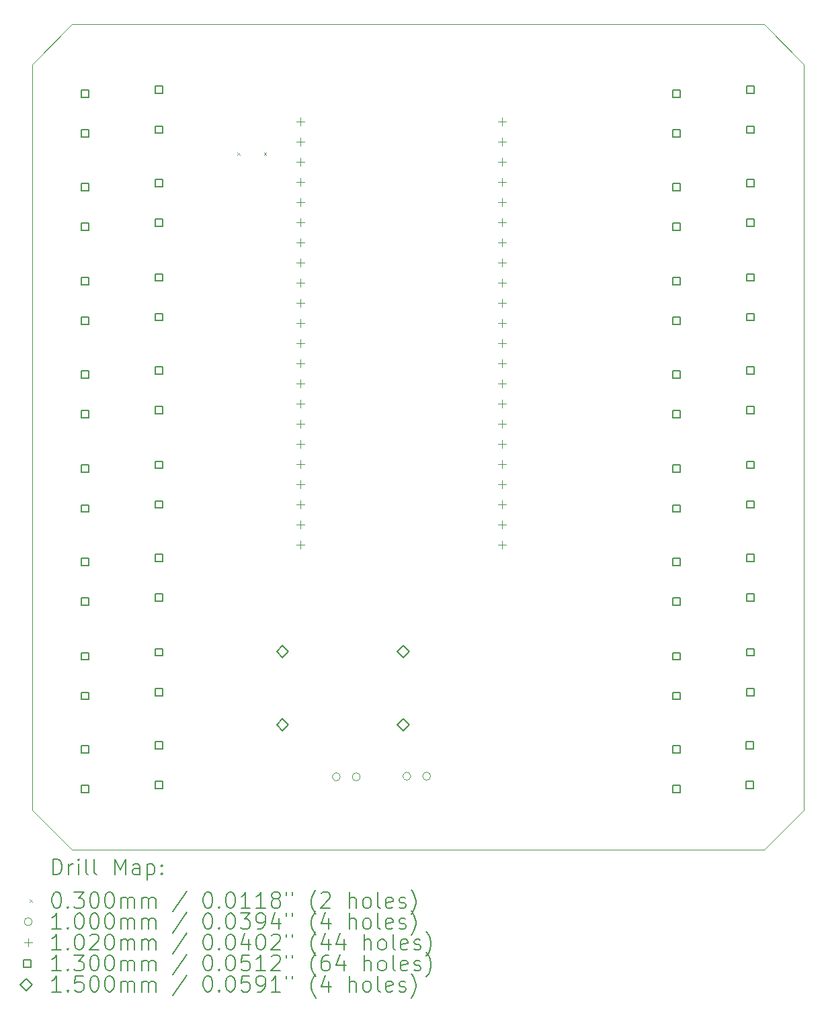
<source format=gbr>
%TF.GenerationSoftware,KiCad,Pcbnew,9.0.0*%
%TF.CreationDate,2025-04-21T22:07:44+01:00*%
%TF.ProjectId,LED_Hub,4c45445f-4875-4622-9e6b-696361645f70,rev?*%
%TF.SameCoordinates,Original*%
%TF.FileFunction,Drillmap*%
%TF.FilePolarity,Positive*%
%FSLAX45Y45*%
G04 Gerber Fmt 4.5, Leading zero omitted, Abs format (unit mm)*
G04 Created by KiCad (PCBNEW 9.0.0) date 2025-04-21 22:07:44*
%MOMM*%
%LPD*%
G01*
G04 APERTURE LIST*
%ADD10C,0.100000*%
%ADD11C,0.200000*%
%ADD12C,0.102000*%
%ADD13C,0.130000*%
%ADD14C,0.150000*%
G04 APERTURE END LIST*
D10*
X20300000Y-4000000D02*
X11580000Y-4000000D01*
X11580000Y-14400000D02*
X11080000Y-13900000D01*
X20300000Y-14400000D02*
X11580000Y-14400000D01*
X20300000Y-4000000D02*
X20800000Y-4500000D01*
X20800000Y-13900000D02*
X20800000Y-4500000D01*
X11080000Y-13900000D02*
X11080000Y-4500000D01*
X11580000Y-4000000D02*
X11080000Y-4500000D01*
X20300000Y-14400000D02*
X20800000Y-13900000D01*
D11*
D10*
X13660000Y-5615000D02*
X13690000Y-5645000D01*
X13690000Y-5615000D02*
X13660000Y-5645000D01*
X13997000Y-5613000D02*
X14027000Y-5643000D01*
X14027000Y-5613000D02*
X13997000Y-5643000D01*
X14957500Y-13482500D02*
G75*
G02*
X14857500Y-13482500I-50000J0D01*
G01*
X14857500Y-13482500D02*
G75*
G02*
X14957500Y-13482500I50000J0D01*
G01*
X15207500Y-13482500D02*
G75*
G02*
X15107500Y-13482500I-50000J0D01*
G01*
X15107500Y-13482500D02*
G75*
G02*
X15207500Y-13482500I50000J0D01*
G01*
X15845000Y-13475000D02*
G75*
G02*
X15745000Y-13475000I-50000J0D01*
G01*
X15745000Y-13475000D02*
G75*
G02*
X15845000Y-13475000I50000J0D01*
G01*
X16095000Y-13475000D02*
G75*
G02*
X15995000Y-13475000I-50000J0D01*
G01*
X15995000Y-13475000D02*
G75*
G02*
X16095000Y-13475000I50000J0D01*
G01*
D12*
X14456500Y-5171500D02*
X14456500Y-5273500D01*
X14405500Y-5222500D02*
X14507500Y-5222500D01*
X14456500Y-5425500D02*
X14456500Y-5527500D01*
X14405500Y-5476500D02*
X14507500Y-5476500D01*
X14456500Y-5679500D02*
X14456500Y-5781500D01*
X14405500Y-5730500D02*
X14507500Y-5730500D01*
X14456500Y-5933500D02*
X14456500Y-6035500D01*
X14405500Y-5984500D02*
X14507500Y-5984500D01*
X14456500Y-6187500D02*
X14456500Y-6289500D01*
X14405500Y-6238500D02*
X14507500Y-6238500D01*
X14456500Y-6441500D02*
X14456500Y-6543500D01*
X14405500Y-6492500D02*
X14507500Y-6492500D01*
X14456500Y-6695500D02*
X14456500Y-6797500D01*
X14405500Y-6746500D02*
X14507500Y-6746500D01*
X14456500Y-6949500D02*
X14456500Y-7051500D01*
X14405500Y-7000500D02*
X14507500Y-7000500D01*
X14456500Y-7203500D02*
X14456500Y-7305500D01*
X14405500Y-7254500D02*
X14507500Y-7254500D01*
X14456500Y-7457500D02*
X14456500Y-7559500D01*
X14405500Y-7508500D02*
X14507500Y-7508500D01*
X14456500Y-7711500D02*
X14456500Y-7813500D01*
X14405500Y-7762500D02*
X14507500Y-7762500D01*
X14456500Y-7965500D02*
X14456500Y-8067500D01*
X14405500Y-8016500D02*
X14507500Y-8016500D01*
X14456500Y-8219500D02*
X14456500Y-8321500D01*
X14405500Y-8270500D02*
X14507500Y-8270500D01*
X14456500Y-8473500D02*
X14456500Y-8575500D01*
X14405500Y-8524500D02*
X14507500Y-8524500D01*
X14456500Y-8727500D02*
X14456500Y-8829500D01*
X14405500Y-8778500D02*
X14507500Y-8778500D01*
X14456500Y-8981500D02*
X14456500Y-9083500D01*
X14405500Y-9032500D02*
X14507500Y-9032500D01*
X14456500Y-9235500D02*
X14456500Y-9337500D01*
X14405500Y-9286500D02*
X14507500Y-9286500D01*
X14456500Y-9489500D02*
X14456500Y-9591500D01*
X14405500Y-9540500D02*
X14507500Y-9540500D01*
X14456500Y-9743500D02*
X14456500Y-9845500D01*
X14405500Y-9794500D02*
X14507500Y-9794500D01*
X14456500Y-9997500D02*
X14456500Y-10099500D01*
X14405500Y-10048500D02*
X14507500Y-10048500D01*
X14456500Y-10251500D02*
X14456500Y-10353500D01*
X14405500Y-10302500D02*
X14507500Y-10302500D01*
X14456500Y-10505500D02*
X14456500Y-10607500D01*
X14405500Y-10556500D02*
X14507500Y-10556500D01*
X16997500Y-5171500D02*
X16997500Y-5273500D01*
X16946500Y-5222500D02*
X17048500Y-5222500D01*
X16997500Y-5425500D02*
X16997500Y-5527500D01*
X16946500Y-5476500D02*
X17048500Y-5476500D01*
X16997500Y-5679500D02*
X16997500Y-5781500D01*
X16946500Y-5730500D02*
X17048500Y-5730500D01*
X16997500Y-5933500D02*
X16997500Y-6035500D01*
X16946500Y-5984500D02*
X17048500Y-5984500D01*
X16997500Y-6187500D02*
X16997500Y-6289500D01*
X16946500Y-6238500D02*
X17048500Y-6238500D01*
X16997500Y-6441500D02*
X16997500Y-6543500D01*
X16946500Y-6492500D02*
X17048500Y-6492500D01*
X16997500Y-6695500D02*
X16997500Y-6797500D01*
X16946500Y-6746500D02*
X17048500Y-6746500D01*
X16997500Y-6949500D02*
X16997500Y-7051500D01*
X16946500Y-7000500D02*
X17048500Y-7000500D01*
X16997500Y-7203500D02*
X16997500Y-7305500D01*
X16946500Y-7254500D02*
X17048500Y-7254500D01*
X16997500Y-7457500D02*
X16997500Y-7559500D01*
X16946500Y-7508500D02*
X17048500Y-7508500D01*
X16997500Y-7711500D02*
X16997500Y-7813500D01*
X16946500Y-7762500D02*
X17048500Y-7762500D01*
X16997500Y-7965500D02*
X16997500Y-8067500D01*
X16946500Y-8016500D02*
X17048500Y-8016500D01*
X16997500Y-8219500D02*
X16997500Y-8321500D01*
X16946500Y-8270500D02*
X17048500Y-8270500D01*
X16997500Y-8473500D02*
X16997500Y-8575500D01*
X16946500Y-8524500D02*
X17048500Y-8524500D01*
X16997500Y-8727500D02*
X16997500Y-8829500D01*
X16946500Y-8778500D02*
X17048500Y-8778500D01*
X16997500Y-8981500D02*
X16997500Y-9083500D01*
X16946500Y-9032500D02*
X17048500Y-9032500D01*
X16997500Y-9235500D02*
X16997500Y-9337500D01*
X16946500Y-9286500D02*
X17048500Y-9286500D01*
X16997500Y-9489500D02*
X16997500Y-9591500D01*
X16946500Y-9540500D02*
X17048500Y-9540500D01*
X16997500Y-9743500D02*
X16997500Y-9845500D01*
X16946500Y-9794500D02*
X17048500Y-9794500D01*
X16997500Y-9997500D02*
X16997500Y-10099500D01*
X16946500Y-10048500D02*
X17048500Y-10048500D01*
X16997500Y-10251500D02*
X16997500Y-10353500D01*
X16946500Y-10302500D02*
X17048500Y-10302500D01*
X16997500Y-10505500D02*
X16997500Y-10607500D01*
X16946500Y-10556500D02*
X17048500Y-10556500D01*
D13*
X11788462Y-4920962D02*
X11788462Y-4829038D01*
X11696538Y-4829038D01*
X11696538Y-4920962D01*
X11788462Y-4920962D01*
X11788462Y-5420962D02*
X11788462Y-5329038D01*
X11696538Y-5329038D01*
X11696538Y-5420962D01*
X11788462Y-5420962D01*
X11788462Y-6095962D02*
X11788462Y-6004038D01*
X11696538Y-6004038D01*
X11696538Y-6095962D01*
X11788462Y-6095962D01*
X11788462Y-6595962D02*
X11788462Y-6504038D01*
X11696538Y-6504038D01*
X11696538Y-6595962D01*
X11788462Y-6595962D01*
X11788462Y-7283462D02*
X11788462Y-7191538D01*
X11696538Y-7191538D01*
X11696538Y-7283462D01*
X11788462Y-7283462D01*
X11788462Y-7783462D02*
X11788462Y-7691538D01*
X11696538Y-7691538D01*
X11696538Y-7783462D01*
X11788462Y-7783462D01*
X11788462Y-8458462D02*
X11788462Y-8366538D01*
X11696538Y-8366538D01*
X11696538Y-8458462D01*
X11788462Y-8458462D01*
X11788462Y-8958462D02*
X11788462Y-8866538D01*
X11696538Y-8866538D01*
X11696538Y-8958462D01*
X11788462Y-8958462D01*
X11788462Y-9645962D02*
X11788462Y-9554038D01*
X11696538Y-9554038D01*
X11696538Y-9645962D01*
X11788462Y-9645962D01*
X11788462Y-10145962D02*
X11788462Y-10054038D01*
X11696538Y-10054038D01*
X11696538Y-10145962D01*
X11788462Y-10145962D01*
X11788462Y-10820962D02*
X11788462Y-10729038D01*
X11696538Y-10729038D01*
X11696538Y-10820962D01*
X11788462Y-10820962D01*
X11788462Y-11320962D02*
X11788462Y-11229038D01*
X11696538Y-11229038D01*
X11696538Y-11320962D01*
X11788462Y-11320962D01*
X11788462Y-12008462D02*
X11788462Y-11916538D01*
X11696538Y-11916538D01*
X11696538Y-12008462D01*
X11788462Y-12008462D01*
X11788462Y-12508462D02*
X11788462Y-12416538D01*
X11696538Y-12416538D01*
X11696538Y-12508462D01*
X11788462Y-12508462D01*
X11788462Y-13183462D02*
X11788462Y-13091538D01*
X11696538Y-13091538D01*
X11696538Y-13183462D01*
X11788462Y-13183462D01*
X11788462Y-13683462D02*
X11788462Y-13591538D01*
X11696538Y-13591538D01*
X11696538Y-13683462D01*
X11788462Y-13683462D01*
X12718462Y-4870962D02*
X12718462Y-4779038D01*
X12626538Y-4779038D01*
X12626538Y-4870962D01*
X12718462Y-4870962D01*
X12718462Y-5370962D02*
X12718462Y-5279038D01*
X12626538Y-5279038D01*
X12626538Y-5370962D01*
X12718462Y-5370962D01*
X12718462Y-6045962D02*
X12718462Y-5954038D01*
X12626538Y-5954038D01*
X12626538Y-6045962D01*
X12718462Y-6045962D01*
X12718462Y-6545962D02*
X12718462Y-6454038D01*
X12626538Y-6454038D01*
X12626538Y-6545962D01*
X12718462Y-6545962D01*
X12718462Y-7233462D02*
X12718462Y-7141538D01*
X12626538Y-7141538D01*
X12626538Y-7233462D01*
X12718462Y-7233462D01*
X12718462Y-7733462D02*
X12718462Y-7641538D01*
X12626538Y-7641538D01*
X12626538Y-7733462D01*
X12718462Y-7733462D01*
X12718462Y-8408462D02*
X12718462Y-8316538D01*
X12626538Y-8316538D01*
X12626538Y-8408462D01*
X12718462Y-8408462D01*
X12718462Y-8908462D02*
X12718462Y-8816538D01*
X12626538Y-8816538D01*
X12626538Y-8908462D01*
X12718462Y-8908462D01*
X12718462Y-9595962D02*
X12718462Y-9504038D01*
X12626538Y-9504038D01*
X12626538Y-9595962D01*
X12718462Y-9595962D01*
X12718462Y-10095962D02*
X12718462Y-10004038D01*
X12626538Y-10004038D01*
X12626538Y-10095962D01*
X12718462Y-10095962D01*
X12718462Y-10770962D02*
X12718462Y-10679038D01*
X12626538Y-10679038D01*
X12626538Y-10770962D01*
X12718462Y-10770962D01*
X12718462Y-11270962D02*
X12718462Y-11179038D01*
X12626538Y-11179038D01*
X12626538Y-11270962D01*
X12718462Y-11270962D01*
X12718462Y-11958462D02*
X12718462Y-11866538D01*
X12626538Y-11866538D01*
X12626538Y-11958462D01*
X12718462Y-11958462D01*
X12718462Y-12458462D02*
X12718462Y-12366538D01*
X12626538Y-12366538D01*
X12626538Y-12458462D01*
X12718462Y-12458462D01*
X12718462Y-13133462D02*
X12718462Y-13041538D01*
X12626538Y-13041538D01*
X12626538Y-13133462D01*
X12718462Y-13133462D01*
X12718462Y-13633462D02*
X12718462Y-13541538D01*
X12626538Y-13541538D01*
X12626538Y-13633462D01*
X12718462Y-13633462D01*
X19240962Y-4920962D02*
X19240962Y-4829038D01*
X19149038Y-4829038D01*
X19149038Y-4920962D01*
X19240962Y-4920962D01*
X19240962Y-5420962D02*
X19240962Y-5329038D01*
X19149038Y-5329038D01*
X19149038Y-5420962D01*
X19240962Y-5420962D01*
X19240962Y-6095962D02*
X19240962Y-6004038D01*
X19149038Y-6004038D01*
X19149038Y-6095962D01*
X19240962Y-6095962D01*
X19240962Y-6595962D02*
X19240962Y-6504038D01*
X19149038Y-6504038D01*
X19149038Y-6595962D01*
X19240962Y-6595962D01*
X19240962Y-7283462D02*
X19240962Y-7191538D01*
X19149038Y-7191538D01*
X19149038Y-7283462D01*
X19240962Y-7283462D01*
X19240962Y-7783462D02*
X19240962Y-7691538D01*
X19149038Y-7691538D01*
X19149038Y-7783462D01*
X19240962Y-7783462D01*
X19240962Y-8458462D02*
X19240962Y-8366538D01*
X19149038Y-8366538D01*
X19149038Y-8458462D01*
X19240962Y-8458462D01*
X19240962Y-8958462D02*
X19240962Y-8866538D01*
X19149038Y-8866538D01*
X19149038Y-8958462D01*
X19240962Y-8958462D01*
X19240962Y-9645962D02*
X19240962Y-9554038D01*
X19149038Y-9554038D01*
X19149038Y-9645962D01*
X19240962Y-9645962D01*
X19240962Y-10145962D02*
X19240962Y-10054038D01*
X19149038Y-10054038D01*
X19149038Y-10145962D01*
X19240962Y-10145962D01*
X19240962Y-10820962D02*
X19240962Y-10729038D01*
X19149038Y-10729038D01*
X19149038Y-10820962D01*
X19240962Y-10820962D01*
X19240962Y-11320962D02*
X19240962Y-11229038D01*
X19149038Y-11229038D01*
X19149038Y-11320962D01*
X19240962Y-11320962D01*
X19240962Y-12008462D02*
X19240962Y-11916538D01*
X19149038Y-11916538D01*
X19149038Y-12008462D01*
X19240962Y-12008462D01*
X19240962Y-12508462D02*
X19240962Y-12416538D01*
X19149038Y-12416538D01*
X19149038Y-12508462D01*
X19240962Y-12508462D01*
X19240962Y-13183462D02*
X19240962Y-13091538D01*
X19149038Y-13091538D01*
X19149038Y-13183462D01*
X19240962Y-13183462D01*
X19240962Y-13683462D02*
X19240962Y-13591538D01*
X19149038Y-13591538D01*
X19149038Y-13683462D01*
X19240962Y-13683462D01*
X20158462Y-13133462D02*
X20158462Y-13041538D01*
X20066538Y-13041538D01*
X20066538Y-13133462D01*
X20158462Y-13133462D01*
X20158462Y-13633462D02*
X20158462Y-13541538D01*
X20066538Y-13541538D01*
X20066538Y-13633462D01*
X20158462Y-13633462D01*
X20170962Y-4870962D02*
X20170962Y-4779038D01*
X20079038Y-4779038D01*
X20079038Y-4870962D01*
X20170962Y-4870962D01*
X20170962Y-5370962D02*
X20170962Y-5279038D01*
X20079038Y-5279038D01*
X20079038Y-5370962D01*
X20170962Y-5370962D01*
X20170962Y-6045962D02*
X20170962Y-5954038D01*
X20079038Y-5954038D01*
X20079038Y-6045962D01*
X20170962Y-6045962D01*
X20170962Y-6545962D02*
X20170962Y-6454038D01*
X20079038Y-6454038D01*
X20079038Y-6545962D01*
X20170962Y-6545962D01*
X20170962Y-7233462D02*
X20170962Y-7141538D01*
X20079038Y-7141538D01*
X20079038Y-7233462D01*
X20170962Y-7233462D01*
X20170962Y-7733462D02*
X20170962Y-7641538D01*
X20079038Y-7641538D01*
X20079038Y-7733462D01*
X20170962Y-7733462D01*
X20170962Y-8408462D02*
X20170962Y-8316538D01*
X20079038Y-8316538D01*
X20079038Y-8408462D01*
X20170962Y-8408462D01*
X20170962Y-8908462D02*
X20170962Y-8816538D01*
X20079038Y-8816538D01*
X20079038Y-8908462D01*
X20170962Y-8908462D01*
X20170962Y-9595962D02*
X20170962Y-9504038D01*
X20079038Y-9504038D01*
X20079038Y-9595962D01*
X20170962Y-9595962D01*
X20170962Y-10095962D02*
X20170962Y-10004038D01*
X20079038Y-10004038D01*
X20079038Y-10095962D01*
X20170962Y-10095962D01*
X20170962Y-10770962D02*
X20170962Y-10679038D01*
X20079038Y-10679038D01*
X20079038Y-10770962D01*
X20170962Y-10770962D01*
X20170962Y-11270962D02*
X20170962Y-11179038D01*
X20079038Y-11179038D01*
X20079038Y-11270962D01*
X20170962Y-11270962D01*
X20170962Y-11958462D02*
X20170962Y-11866538D01*
X20079038Y-11866538D01*
X20079038Y-11958462D01*
X20170962Y-11958462D01*
X20170962Y-12458462D02*
X20170962Y-12366538D01*
X20079038Y-12366538D01*
X20079038Y-12458462D01*
X20170962Y-12458462D01*
D14*
X14230000Y-11980000D02*
X14305000Y-11905000D01*
X14230000Y-11830000D01*
X14155000Y-11905000D01*
X14230000Y-11980000D01*
X14230000Y-12900000D02*
X14305000Y-12825000D01*
X14230000Y-12750000D01*
X14155000Y-12825000D01*
X14230000Y-12900000D01*
X15750000Y-11980000D02*
X15825000Y-11905000D01*
X15750000Y-11830000D01*
X15675000Y-11905000D01*
X15750000Y-11980000D01*
X15750000Y-12900000D02*
X15825000Y-12825000D01*
X15750000Y-12750000D01*
X15675000Y-12825000D01*
X15750000Y-12900000D01*
D11*
X11335777Y-14716484D02*
X11335777Y-14516484D01*
X11335777Y-14516484D02*
X11383396Y-14516484D01*
X11383396Y-14516484D02*
X11411967Y-14526008D01*
X11411967Y-14526008D02*
X11431015Y-14545055D01*
X11431015Y-14545055D02*
X11440539Y-14564103D01*
X11440539Y-14564103D02*
X11450062Y-14602198D01*
X11450062Y-14602198D02*
X11450062Y-14630769D01*
X11450062Y-14630769D02*
X11440539Y-14668865D01*
X11440539Y-14668865D02*
X11431015Y-14687912D01*
X11431015Y-14687912D02*
X11411967Y-14706960D01*
X11411967Y-14706960D02*
X11383396Y-14716484D01*
X11383396Y-14716484D02*
X11335777Y-14716484D01*
X11535777Y-14716484D02*
X11535777Y-14583150D01*
X11535777Y-14621246D02*
X11545301Y-14602198D01*
X11545301Y-14602198D02*
X11554824Y-14592674D01*
X11554824Y-14592674D02*
X11573872Y-14583150D01*
X11573872Y-14583150D02*
X11592920Y-14583150D01*
X11659586Y-14716484D02*
X11659586Y-14583150D01*
X11659586Y-14516484D02*
X11650062Y-14526008D01*
X11650062Y-14526008D02*
X11659586Y-14535531D01*
X11659586Y-14535531D02*
X11669110Y-14526008D01*
X11669110Y-14526008D02*
X11659586Y-14516484D01*
X11659586Y-14516484D02*
X11659586Y-14535531D01*
X11783396Y-14716484D02*
X11764348Y-14706960D01*
X11764348Y-14706960D02*
X11754824Y-14687912D01*
X11754824Y-14687912D02*
X11754824Y-14516484D01*
X11888158Y-14716484D02*
X11869110Y-14706960D01*
X11869110Y-14706960D02*
X11859586Y-14687912D01*
X11859586Y-14687912D02*
X11859586Y-14516484D01*
X12116729Y-14716484D02*
X12116729Y-14516484D01*
X12116729Y-14516484D02*
X12183396Y-14659341D01*
X12183396Y-14659341D02*
X12250062Y-14516484D01*
X12250062Y-14516484D02*
X12250062Y-14716484D01*
X12431015Y-14716484D02*
X12431015Y-14611722D01*
X12431015Y-14611722D02*
X12421491Y-14592674D01*
X12421491Y-14592674D02*
X12402443Y-14583150D01*
X12402443Y-14583150D02*
X12364348Y-14583150D01*
X12364348Y-14583150D02*
X12345301Y-14592674D01*
X12431015Y-14706960D02*
X12411967Y-14716484D01*
X12411967Y-14716484D02*
X12364348Y-14716484D01*
X12364348Y-14716484D02*
X12345301Y-14706960D01*
X12345301Y-14706960D02*
X12335777Y-14687912D01*
X12335777Y-14687912D02*
X12335777Y-14668865D01*
X12335777Y-14668865D02*
X12345301Y-14649817D01*
X12345301Y-14649817D02*
X12364348Y-14640293D01*
X12364348Y-14640293D02*
X12411967Y-14640293D01*
X12411967Y-14640293D02*
X12431015Y-14630769D01*
X12526253Y-14583150D02*
X12526253Y-14783150D01*
X12526253Y-14592674D02*
X12545301Y-14583150D01*
X12545301Y-14583150D02*
X12583396Y-14583150D01*
X12583396Y-14583150D02*
X12602443Y-14592674D01*
X12602443Y-14592674D02*
X12611967Y-14602198D01*
X12611967Y-14602198D02*
X12621491Y-14621246D01*
X12621491Y-14621246D02*
X12621491Y-14678388D01*
X12621491Y-14678388D02*
X12611967Y-14697436D01*
X12611967Y-14697436D02*
X12602443Y-14706960D01*
X12602443Y-14706960D02*
X12583396Y-14716484D01*
X12583396Y-14716484D02*
X12545301Y-14716484D01*
X12545301Y-14716484D02*
X12526253Y-14706960D01*
X12707205Y-14697436D02*
X12716729Y-14706960D01*
X12716729Y-14706960D02*
X12707205Y-14716484D01*
X12707205Y-14716484D02*
X12697682Y-14706960D01*
X12697682Y-14706960D02*
X12707205Y-14697436D01*
X12707205Y-14697436D02*
X12707205Y-14716484D01*
X12707205Y-14592674D02*
X12716729Y-14602198D01*
X12716729Y-14602198D02*
X12707205Y-14611722D01*
X12707205Y-14611722D02*
X12697682Y-14602198D01*
X12697682Y-14602198D02*
X12707205Y-14592674D01*
X12707205Y-14592674D02*
X12707205Y-14611722D01*
D10*
X11045000Y-15030000D02*
X11075000Y-15060000D01*
X11075000Y-15030000D02*
X11045000Y-15060000D01*
D11*
X11373872Y-14936484D02*
X11392920Y-14936484D01*
X11392920Y-14936484D02*
X11411967Y-14946008D01*
X11411967Y-14946008D02*
X11421491Y-14955531D01*
X11421491Y-14955531D02*
X11431015Y-14974579D01*
X11431015Y-14974579D02*
X11440539Y-15012674D01*
X11440539Y-15012674D02*
X11440539Y-15060293D01*
X11440539Y-15060293D02*
X11431015Y-15098388D01*
X11431015Y-15098388D02*
X11421491Y-15117436D01*
X11421491Y-15117436D02*
X11411967Y-15126960D01*
X11411967Y-15126960D02*
X11392920Y-15136484D01*
X11392920Y-15136484D02*
X11373872Y-15136484D01*
X11373872Y-15136484D02*
X11354824Y-15126960D01*
X11354824Y-15126960D02*
X11345301Y-15117436D01*
X11345301Y-15117436D02*
X11335777Y-15098388D01*
X11335777Y-15098388D02*
X11326253Y-15060293D01*
X11326253Y-15060293D02*
X11326253Y-15012674D01*
X11326253Y-15012674D02*
X11335777Y-14974579D01*
X11335777Y-14974579D02*
X11345301Y-14955531D01*
X11345301Y-14955531D02*
X11354824Y-14946008D01*
X11354824Y-14946008D02*
X11373872Y-14936484D01*
X11526253Y-15117436D02*
X11535777Y-15126960D01*
X11535777Y-15126960D02*
X11526253Y-15136484D01*
X11526253Y-15136484D02*
X11516729Y-15126960D01*
X11516729Y-15126960D02*
X11526253Y-15117436D01*
X11526253Y-15117436D02*
X11526253Y-15136484D01*
X11602443Y-14936484D02*
X11726253Y-14936484D01*
X11726253Y-14936484D02*
X11659586Y-15012674D01*
X11659586Y-15012674D02*
X11688158Y-15012674D01*
X11688158Y-15012674D02*
X11707205Y-15022198D01*
X11707205Y-15022198D02*
X11716729Y-15031722D01*
X11716729Y-15031722D02*
X11726253Y-15050769D01*
X11726253Y-15050769D02*
X11726253Y-15098388D01*
X11726253Y-15098388D02*
X11716729Y-15117436D01*
X11716729Y-15117436D02*
X11707205Y-15126960D01*
X11707205Y-15126960D02*
X11688158Y-15136484D01*
X11688158Y-15136484D02*
X11631015Y-15136484D01*
X11631015Y-15136484D02*
X11611967Y-15126960D01*
X11611967Y-15126960D02*
X11602443Y-15117436D01*
X11850062Y-14936484D02*
X11869110Y-14936484D01*
X11869110Y-14936484D02*
X11888158Y-14946008D01*
X11888158Y-14946008D02*
X11897682Y-14955531D01*
X11897682Y-14955531D02*
X11907205Y-14974579D01*
X11907205Y-14974579D02*
X11916729Y-15012674D01*
X11916729Y-15012674D02*
X11916729Y-15060293D01*
X11916729Y-15060293D02*
X11907205Y-15098388D01*
X11907205Y-15098388D02*
X11897682Y-15117436D01*
X11897682Y-15117436D02*
X11888158Y-15126960D01*
X11888158Y-15126960D02*
X11869110Y-15136484D01*
X11869110Y-15136484D02*
X11850062Y-15136484D01*
X11850062Y-15136484D02*
X11831015Y-15126960D01*
X11831015Y-15126960D02*
X11821491Y-15117436D01*
X11821491Y-15117436D02*
X11811967Y-15098388D01*
X11811967Y-15098388D02*
X11802443Y-15060293D01*
X11802443Y-15060293D02*
X11802443Y-15012674D01*
X11802443Y-15012674D02*
X11811967Y-14974579D01*
X11811967Y-14974579D02*
X11821491Y-14955531D01*
X11821491Y-14955531D02*
X11831015Y-14946008D01*
X11831015Y-14946008D02*
X11850062Y-14936484D01*
X12040539Y-14936484D02*
X12059586Y-14936484D01*
X12059586Y-14936484D02*
X12078634Y-14946008D01*
X12078634Y-14946008D02*
X12088158Y-14955531D01*
X12088158Y-14955531D02*
X12097682Y-14974579D01*
X12097682Y-14974579D02*
X12107205Y-15012674D01*
X12107205Y-15012674D02*
X12107205Y-15060293D01*
X12107205Y-15060293D02*
X12097682Y-15098388D01*
X12097682Y-15098388D02*
X12088158Y-15117436D01*
X12088158Y-15117436D02*
X12078634Y-15126960D01*
X12078634Y-15126960D02*
X12059586Y-15136484D01*
X12059586Y-15136484D02*
X12040539Y-15136484D01*
X12040539Y-15136484D02*
X12021491Y-15126960D01*
X12021491Y-15126960D02*
X12011967Y-15117436D01*
X12011967Y-15117436D02*
X12002443Y-15098388D01*
X12002443Y-15098388D02*
X11992920Y-15060293D01*
X11992920Y-15060293D02*
X11992920Y-15012674D01*
X11992920Y-15012674D02*
X12002443Y-14974579D01*
X12002443Y-14974579D02*
X12011967Y-14955531D01*
X12011967Y-14955531D02*
X12021491Y-14946008D01*
X12021491Y-14946008D02*
X12040539Y-14936484D01*
X12192920Y-15136484D02*
X12192920Y-15003150D01*
X12192920Y-15022198D02*
X12202443Y-15012674D01*
X12202443Y-15012674D02*
X12221491Y-15003150D01*
X12221491Y-15003150D02*
X12250063Y-15003150D01*
X12250063Y-15003150D02*
X12269110Y-15012674D01*
X12269110Y-15012674D02*
X12278634Y-15031722D01*
X12278634Y-15031722D02*
X12278634Y-15136484D01*
X12278634Y-15031722D02*
X12288158Y-15012674D01*
X12288158Y-15012674D02*
X12307205Y-15003150D01*
X12307205Y-15003150D02*
X12335777Y-15003150D01*
X12335777Y-15003150D02*
X12354824Y-15012674D01*
X12354824Y-15012674D02*
X12364348Y-15031722D01*
X12364348Y-15031722D02*
X12364348Y-15136484D01*
X12459586Y-15136484D02*
X12459586Y-15003150D01*
X12459586Y-15022198D02*
X12469110Y-15012674D01*
X12469110Y-15012674D02*
X12488158Y-15003150D01*
X12488158Y-15003150D02*
X12516729Y-15003150D01*
X12516729Y-15003150D02*
X12535777Y-15012674D01*
X12535777Y-15012674D02*
X12545301Y-15031722D01*
X12545301Y-15031722D02*
X12545301Y-15136484D01*
X12545301Y-15031722D02*
X12554824Y-15012674D01*
X12554824Y-15012674D02*
X12573872Y-15003150D01*
X12573872Y-15003150D02*
X12602443Y-15003150D01*
X12602443Y-15003150D02*
X12621491Y-15012674D01*
X12621491Y-15012674D02*
X12631015Y-15031722D01*
X12631015Y-15031722D02*
X12631015Y-15136484D01*
X13021491Y-14926960D02*
X12850063Y-15184103D01*
X13278634Y-14936484D02*
X13297682Y-14936484D01*
X13297682Y-14936484D02*
X13316729Y-14946008D01*
X13316729Y-14946008D02*
X13326253Y-14955531D01*
X13326253Y-14955531D02*
X13335777Y-14974579D01*
X13335777Y-14974579D02*
X13345301Y-15012674D01*
X13345301Y-15012674D02*
X13345301Y-15060293D01*
X13345301Y-15060293D02*
X13335777Y-15098388D01*
X13335777Y-15098388D02*
X13326253Y-15117436D01*
X13326253Y-15117436D02*
X13316729Y-15126960D01*
X13316729Y-15126960D02*
X13297682Y-15136484D01*
X13297682Y-15136484D02*
X13278634Y-15136484D01*
X13278634Y-15136484D02*
X13259586Y-15126960D01*
X13259586Y-15126960D02*
X13250063Y-15117436D01*
X13250063Y-15117436D02*
X13240539Y-15098388D01*
X13240539Y-15098388D02*
X13231015Y-15060293D01*
X13231015Y-15060293D02*
X13231015Y-15012674D01*
X13231015Y-15012674D02*
X13240539Y-14974579D01*
X13240539Y-14974579D02*
X13250063Y-14955531D01*
X13250063Y-14955531D02*
X13259586Y-14946008D01*
X13259586Y-14946008D02*
X13278634Y-14936484D01*
X13431015Y-15117436D02*
X13440539Y-15126960D01*
X13440539Y-15126960D02*
X13431015Y-15136484D01*
X13431015Y-15136484D02*
X13421491Y-15126960D01*
X13421491Y-15126960D02*
X13431015Y-15117436D01*
X13431015Y-15117436D02*
X13431015Y-15136484D01*
X13564348Y-14936484D02*
X13583396Y-14936484D01*
X13583396Y-14936484D02*
X13602444Y-14946008D01*
X13602444Y-14946008D02*
X13611967Y-14955531D01*
X13611967Y-14955531D02*
X13621491Y-14974579D01*
X13621491Y-14974579D02*
X13631015Y-15012674D01*
X13631015Y-15012674D02*
X13631015Y-15060293D01*
X13631015Y-15060293D02*
X13621491Y-15098388D01*
X13621491Y-15098388D02*
X13611967Y-15117436D01*
X13611967Y-15117436D02*
X13602444Y-15126960D01*
X13602444Y-15126960D02*
X13583396Y-15136484D01*
X13583396Y-15136484D02*
X13564348Y-15136484D01*
X13564348Y-15136484D02*
X13545301Y-15126960D01*
X13545301Y-15126960D02*
X13535777Y-15117436D01*
X13535777Y-15117436D02*
X13526253Y-15098388D01*
X13526253Y-15098388D02*
X13516729Y-15060293D01*
X13516729Y-15060293D02*
X13516729Y-15012674D01*
X13516729Y-15012674D02*
X13526253Y-14974579D01*
X13526253Y-14974579D02*
X13535777Y-14955531D01*
X13535777Y-14955531D02*
X13545301Y-14946008D01*
X13545301Y-14946008D02*
X13564348Y-14936484D01*
X13821491Y-15136484D02*
X13707206Y-15136484D01*
X13764348Y-15136484D02*
X13764348Y-14936484D01*
X13764348Y-14936484D02*
X13745301Y-14965055D01*
X13745301Y-14965055D02*
X13726253Y-14984103D01*
X13726253Y-14984103D02*
X13707206Y-14993627D01*
X14011967Y-15136484D02*
X13897682Y-15136484D01*
X13954825Y-15136484D02*
X13954825Y-14936484D01*
X13954825Y-14936484D02*
X13935777Y-14965055D01*
X13935777Y-14965055D02*
X13916729Y-14984103D01*
X13916729Y-14984103D02*
X13897682Y-14993627D01*
X14126253Y-15022198D02*
X14107206Y-15012674D01*
X14107206Y-15012674D02*
X14097682Y-15003150D01*
X14097682Y-15003150D02*
X14088158Y-14984103D01*
X14088158Y-14984103D02*
X14088158Y-14974579D01*
X14088158Y-14974579D02*
X14097682Y-14955531D01*
X14097682Y-14955531D02*
X14107206Y-14946008D01*
X14107206Y-14946008D02*
X14126253Y-14936484D01*
X14126253Y-14936484D02*
X14164348Y-14936484D01*
X14164348Y-14936484D02*
X14183396Y-14946008D01*
X14183396Y-14946008D02*
X14192920Y-14955531D01*
X14192920Y-14955531D02*
X14202444Y-14974579D01*
X14202444Y-14974579D02*
X14202444Y-14984103D01*
X14202444Y-14984103D02*
X14192920Y-15003150D01*
X14192920Y-15003150D02*
X14183396Y-15012674D01*
X14183396Y-15012674D02*
X14164348Y-15022198D01*
X14164348Y-15022198D02*
X14126253Y-15022198D01*
X14126253Y-15022198D02*
X14107206Y-15031722D01*
X14107206Y-15031722D02*
X14097682Y-15041246D01*
X14097682Y-15041246D02*
X14088158Y-15060293D01*
X14088158Y-15060293D02*
X14088158Y-15098388D01*
X14088158Y-15098388D02*
X14097682Y-15117436D01*
X14097682Y-15117436D02*
X14107206Y-15126960D01*
X14107206Y-15126960D02*
X14126253Y-15136484D01*
X14126253Y-15136484D02*
X14164348Y-15136484D01*
X14164348Y-15136484D02*
X14183396Y-15126960D01*
X14183396Y-15126960D02*
X14192920Y-15117436D01*
X14192920Y-15117436D02*
X14202444Y-15098388D01*
X14202444Y-15098388D02*
X14202444Y-15060293D01*
X14202444Y-15060293D02*
X14192920Y-15041246D01*
X14192920Y-15041246D02*
X14183396Y-15031722D01*
X14183396Y-15031722D02*
X14164348Y-15022198D01*
X14278634Y-14936484D02*
X14278634Y-14974579D01*
X14354825Y-14936484D02*
X14354825Y-14974579D01*
X14650063Y-15212674D02*
X14640539Y-15203150D01*
X14640539Y-15203150D02*
X14621491Y-15174579D01*
X14621491Y-15174579D02*
X14611968Y-15155531D01*
X14611968Y-15155531D02*
X14602444Y-15126960D01*
X14602444Y-15126960D02*
X14592920Y-15079341D01*
X14592920Y-15079341D02*
X14592920Y-15041246D01*
X14592920Y-15041246D02*
X14602444Y-14993627D01*
X14602444Y-14993627D02*
X14611968Y-14965055D01*
X14611968Y-14965055D02*
X14621491Y-14946008D01*
X14621491Y-14946008D02*
X14640539Y-14917436D01*
X14640539Y-14917436D02*
X14650063Y-14907912D01*
X14716729Y-14955531D02*
X14726253Y-14946008D01*
X14726253Y-14946008D02*
X14745301Y-14936484D01*
X14745301Y-14936484D02*
X14792920Y-14936484D01*
X14792920Y-14936484D02*
X14811968Y-14946008D01*
X14811968Y-14946008D02*
X14821491Y-14955531D01*
X14821491Y-14955531D02*
X14831015Y-14974579D01*
X14831015Y-14974579D02*
X14831015Y-14993627D01*
X14831015Y-14993627D02*
X14821491Y-15022198D01*
X14821491Y-15022198D02*
X14707206Y-15136484D01*
X14707206Y-15136484D02*
X14831015Y-15136484D01*
X15069110Y-15136484D02*
X15069110Y-14936484D01*
X15154825Y-15136484D02*
X15154825Y-15031722D01*
X15154825Y-15031722D02*
X15145301Y-15012674D01*
X15145301Y-15012674D02*
X15126253Y-15003150D01*
X15126253Y-15003150D02*
X15097682Y-15003150D01*
X15097682Y-15003150D02*
X15078634Y-15012674D01*
X15078634Y-15012674D02*
X15069110Y-15022198D01*
X15278634Y-15136484D02*
X15259587Y-15126960D01*
X15259587Y-15126960D02*
X15250063Y-15117436D01*
X15250063Y-15117436D02*
X15240539Y-15098388D01*
X15240539Y-15098388D02*
X15240539Y-15041246D01*
X15240539Y-15041246D02*
X15250063Y-15022198D01*
X15250063Y-15022198D02*
X15259587Y-15012674D01*
X15259587Y-15012674D02*
X15278634Y-15003150D01*
X15278634Y-15003150D02*
X15307206Y-15003150D01*
X15307206Y-15003150D02*
X15326253Y-15012674D01*
X15326253Y-15012674D02*
X15335777Y-15022198D01*
X15335777Y-15022198D02*
X15345301Y-15041246D01*
X15345301Y-15041246D02*
X15345301Y-15098388D01*
X15345301Y-15098388D02*
X15335777Y-15117436D01*
X15335777Y-15117436D02*
X15326253Y-15126960D01*
X15326253Y-15126960D02*
X15307206Y-15136484D01*
X15307206Y-15136484D02*
X15278634Y-15136484D01*
X15459587Y-15136484D02*
X15440539Y-15126960D01*
X15440539Y-15126960D02*
X15431015Y-15107912D01*
X15431015Y-15107912D02*
X15431015Y-14936484D01*
X15611968Y-15126960D02*
X15592920Y-15136484D01*
X15592920Y-15136484D02*
X15554825Y-15136484D01*
X15554825Y-15136484D02*
X15535777Y-15126960D01*
X15535777Y-15126960D02*
X15526253Y-15107912D01*
X15526253Y-15107912D02*
X15526253Y-15031722D01*
X15526253Y-15031722D02*
X15535777Y-15012674D01*
X15535777Y-15012674D02*
X15554825Y-15003150D01*
X15554825Y-15003150D02*
X15592920Y-15003150D01*
X15592920Y-15003150D02*
X15611968Y-15012674D01*
X15611968Y-15012674D02*
X15621491Y-15031722D01*
X15621491Y-15031722D02*
X15621491Y-15050769D01*
X15621491Y-15050769D02*
X15526253Y-15069817D01*
X15697682Y-15126960D02*
X15716730Y-15136484D01*
X15716730Y-15136484D02*
X15754825Y-15136484D01*
X15754825Y-15136484D02*
X15773872Y-15126960D01*
X15773872Y-15126960D02*
X15783396Y-15107912D01*
X15783396Y-15107912D02*
X15783396Y-15098388D01*
X15783396Y-15098388D02*
X15773872Y-15079341D01*
X15773872Y-15079341D02*
X15754825Y-15069817D01*
X15754825Y-15069817D02*
X15726253Y-15069817D01*
X15726253Y-15069817D02*
X15707206Y-15060293D01*
X15707206Y-15060293D02*
X15697682Y-15041246D01*
X15697682Y-15041246D02*
X15697682Y-15031722D01*
X15697682Y-15031722D02*
X15707206Y-15012674D01*
X15707206Y-15012674D02*
X15726253Y-15003150D01*
X15726253Y-15003150D02*
X15754825Y-15003150D01*
X15754825Y-15003150D02*
X15773872Y-15012674D01*
X15850063Y-15212674D02*
X15859587Y-15203150D01*
X15859587Y-15203150D02*
X15878634Y-15174579D01*
X15878634Y-15174579D02*
X15888158Y-15155531D01*
X15888158Y-15155531D02*
X15897682Y-15126960D01*
X15897682Y-15126960D02*
X15907206Y-15079341D01*
X15907206Y-15079341D02*
X15907206Y-15041246D01*
X15907206Y-15041246D02*
X15897682Y-14993627D01*
X15897682Y-14993627D02*
X15888158Y-14965055D01*
X15888158Y-14965055D02*
X15878634Y-14946008D01*
X15878634Y-14946008D02*
X15859587Y-14917436D01*
X15859587Y-14917436D02*
X15850063Y-14907912D01*
D10*
X11075000Y-15309000D02*
G75*
G02*
X10975000Y-15309000I-50000J0D01*
G01*
X10975000Y-15309000D02*
G75*
G02*
X11075000Y-15309000I50000J0D01*
G01*
D11*
X11440539Y-15400484D02*
X11326253Y-15400484D01*
X11383396Y-15400484D02*
X11383396Y-15200484D01*
X11383396Y-15200484D02*
X11364348Y-15229055D01*
X11364348Y-15229055D02*
X11345301Y-15248103D01*
X11345301Y-15248103D02*
X11326253Y-15257627D01*
X11526253Y-15381436D02*
X11535777Y-15390960D01*
X11535777Y-15390960D02*
X11526253Y-15400484D01*
X11526253Y-15400484D02*
X11516729Y-15390960D01*
X11516729Y-15390960D02*
X11526253Y-15381436D01*
X11526253Y-15381436D02*
X11526253Y-15400484D01*
X11659586Y-15200484D02*
X11678634Y-15200484D01*
X11678634Y-15200484D02*
X11697682Y-15210008D01*
X11697682Y-15210008D02*
X11707205Y-15219531D01*
X11707205Y-15219531D02*
X11716729Y-15238579D01*
X11716729Y-15238579D02*
X11726253Y-15276674D01*
X11726253Y-15276674D02*
X11726253Y-15324293D01*
X11726253Y-15324293D02*
X11716729Y-15362388D01*
X11716729Y-15362388D02*
X11707205Y-15381436D01*
X11707205Y-15381436D02*
X11697682Y-15390960D01*
X11697682Y-15390960D02*
X11678634Y-15400484D01*
X11678634Y-15400484D02*
X11659586Y-15400484D01*
X11659586Y-15400484D02*
X11640539Y-15390960D01*
X11640539Y-15390960D02*
X11631015Y-15381436D01*
X11631015Y-15381436D02*
X11621491Y-15362388D01*
X11621491Y-15362388D02*
X11611967Y-15324293D01*
X11611967Y-15324293D02*
X11611967Y-15276674D01*
X11611967Y-15276674D02*
X11621491Y-15238579D01*
X11621491Y-15238579D02*
X11631015Y-15219531D01*
X11631015Y-15219531D02*
X11640539Y-15210008D01*
X11640539Y-15210008D02*
X11659586Y-15200484D01*
X11850062Y-15200484D02*
X11869110Y-15200484D01*
X11869110Y-15200484D02*
X11888158Y-15210008D01*
X11888158Y-15210008D02*
X11897682Y-15219531D01*
X11897682Y-15219531D02*
X11907205Y-15238579D01*
X11907205Y-15238579D02*
X11916729Y-15276674D01*
X11916729Y-15276674D02*
X11916729Y-15324293D01*
X11916729Y-15324293D02*
X11907205Y-15362388D01*
X11907205Y-15362388D02*
X11897682Y-15381436D01*
X11897682Y-15381436D02*
X11888158Y-15390960D01*
X11888158Y-15390960D02*
X11869110Y-15400484D01*
X11869110Y-15400484D02*
X11850062Y-15400484D01*
X11850062Y-15400484D02*
X11831015Y-15390960D01*
X11831015Y-15390960D02*
X11821491Y-15381436D01*
X11821491Y-15381436D02*
X11811967Y-15362388D01*
X11811967Y-15362388D02*
X11802443Y-15324293D01*
X11802443Y-15324293D02*
X11802443Y-15276674D01*
X11802443Y-15276674D02*
X11811967Y-15238579D01*
X11811967Y-15238579D02*
X11821491Y-15219531D01*
X11821491Y-15219531D02*
X11831015Y-15210008D01*
X11831015Y-15210008D02*
X11850062Y-15200484D01*
X12040539Y-15200484D02*
X12059586Y-15200484D01*
X12059586Y-15200484D02*
X12078634Y-15210008D01*
X12078634Y-15210008D02*
X12088158Y-15219531D01*
X12088158Y-15219531D02*
X12097682Y-15238579D01*
X12097682Y-15238579D02*
X12107205Y-15276674D01*
X12107205Y-15276674D02*
X12107205Y-15324293D01*
X12107205Y-15324293D02*
X12097682Y-15362388D01*
X12097682Y-15362388D02*
X12088158Y-15381436D01*
X12088158Y-15381436D02*
X12078634Y-15390960D01*
X12078634Y-15390960D02*
X12059586Y-15400484D01*
X12059586Y-15400484D02*
X12040539Y-15400484D01*
X12040539Y-15400484D02*
X12021491Y-15390960D01*
X12021491Y-15390960D02*
X12011967Y-15381436D01*
X12011967Y-15381436D02*
X12002443Y-15362388D01*
X12002443Y-15362388D02*
X11992920Y-15324293D01*
X11992920Y-15324293D02*
X11992920Y-15276674D01*
X11992920Y-15276674D02*
X12002443Y-15238579D01*
X12002443Y-15238579D02*
X12011967Y-15219531D01*
X12011967Y-15219531D02*
X12021491Y-15210008D01*
X12021491Y-15210008D02*
X12040539Y-15200484D01*
X12192920Y-15400484D02*
X12192920Y-15267150D01*
X12192920Y-15286198D02*
X12202443Y-15276674D01*
X12202443Y-15276674D02*
X12221491Y-15267150D01*
X12221491Y-15267150D02*
X12250063Y-15267150D01*
X12250063Y-15267150D02*
X12269110Y-15276674D01*
X12269110Y-15276674D02*
X12278634Y-15295722D01*
X12278634Y-15295722D02*
X12278634Y-15400484D01*
X12278634Y-15295722D02*
X12288158Y-15276674D01*
X12288158Y-15276674D02*
X12307205Y-15267150D01*
X12307205Y-15267150D02*
X12335777Y-15267150D01*
X12335777Y-15267150D02*
X12354824Y-15276674D01*
X12354824Y-15276674D02*
X12364348Y-15295722D01*
X12364348Y-15295722D02*
X12364348Y-15400484D01*
X12459586Y-15400484D02*
X12459586Y-15267150D01*
X12459586Y-15286198D02*
X12469110Y-15276674D01*
X12469110Y-15276674D02*
X12488158Y-15267150D01*
X12488158Y-15267150D02*
X12516729Y-15267150D01*
X12516729Y-15267150D02*
X12535777Y-15276674D01*
X12535777Y-15276674D02*
X12545301Y-15295722D01*
X12545301Y-15295722D02*
X12545301Y-15400484D01*
X12545301Y-15295722D02*
X12554824Y-15276674D01*
X12554824Y-15276674D02*
X12573872Y-15267150D01*
X12573872Y-15267150D02*
X12602443Y-15267150D01*
X12602443Y-15267150D02*
X12621491Y-15276674D01*
X12621491Y-15276674D02*
X12631015Y-15295722D01*
X12631015Y-15295722D02*
X12631015Y-15400484D01*
X13021491Y-15190960D02*
X12850063Y-15448103D01*
X13278634Y-15200484D02*
X13297682Y-15200484D01*
X13297682Y-15200484D02*
X13316729Y-15210008D01*
X13316729Y-15210008D02*
X13326253Y-15219531D01*
X13326253Y-15219531D02*
X13335777Y-15238579D01*
X13335777Y-15238579D02*
X13345301Y-15276674D01*
X13345301Y-15276674D02*
X13345301Y-15324293D01*
X13345301Y-15324293D02*
X13335777Y-15362388D01*
X13335777Y-15362388D02*
X13326253Y-15381436D01*
X13326253Y-15381436D02*
X13316729Y-15390960D01*
X13316729Y-15390960D02*
X13297682Y-15400484D01*
X13297682Y-15400484D02*
X13278634Y-15400484D01*
X13278634Y-15400484D02*
X13259586Y-15390960D01*
X13259586Y-15390960D02*
X13250063Y-15381436D01*
X13250063Y-15381436D02*
X13240539Y-15362388D01*
X13240539Y-15362388D02*
X13231015Y-15324293D01*
X13231015Y-15324293D02*
X13231015Y-15276674D01*
X13231015Y-15276674D02*
X13240539Y-15238579D01*
X13240539Y-15238579D02*
X13250063Y-15219531D01*
X13250063Y-15219531D02*
X13259586Y-15210008D01*
X13259586Y-15210008D02*
X13278634Y-15200484D01*
X13431015Y-15381436D02*
X13440539Y-15390960D01*
X13440539Y-15390960D02*
X13431015Y-15400484D01*
X13431015Y-15400484D02*
X13421491Y-15390960D01*
X13421491Y-15390960D02*
X13431015Y-15381436D01*
X13431015Y-15381436D02*
X13431015Y-15400484D01*
X13564348Y-15200484D02*
X13583396Y-15200484D01*
X13583396Y-15200484D02*
X13602444Y-15210008D01*
X13602444Y-15210008D02*
X13611967Y-15219531D01*
X13611967Y-15219531D02*
X13621491Y-15238579D01*
X13621491Y-15238579D02*
X13631015Y-15276674D01*
X13631015Y-15276674D02*
X13631015Y-15324293D01*
X13631015Y-15324293D02*
X13621491Y-15362388D01*
X13621491Y-15362388D02*
X13611967Y-15381436D01*
X13611967Y-15381436D02*
X13602444Y-15390960D01*
X13602444Y-15390960D02*
X13583396Y-15400484D01*
X13583396Y-15400484D02*
X13564348Y-15400484D01*
X13564348Y-15400484D02*
X13545301Y-15390960D01*
X13545301Y-15390960D02*
X13535777Y-15381436D01*
X13535777Y-15381436D02*
X13526253Y-15362388D01*
X13526253Y-15362388D02*
X13516729Y-15324293D01*
X13516729Y-15324293D02*
X13516729Y-15276674D01*
X13516729Y-15276674D02*
X13526253Y-15238579D01*
X13526253Y-15238579D02*
X13535777Y-15219531D01*
X13535777Y-15219531D02*
X13545301Y-15210008D01*
X13545301Y-15210008D02*
X13564348Y-15200484D01*
X13697682Y-15200484D02*
X13821491Y-15200484D01*
X13821491Y-15200484D02*
X13754825Y-15276674D01*
X13754825Y-15276674D02*
X13783396Y-15276674D01*
X13783396Y-15276674D02*
X13802444Y-15286198D01*
X13802444Y-15286198D02*
X13811967Y-15295722D01*
X13811967Y-15295722D02*
X13821491Y-15314769D01*
X13821491Y-15314769D02*
X13821491Y-15362388D01*
X13821491Y-15362388D02*
X13811967Y-15381436D01*
X13811967Y-15381436D02*
X13802444Y-15390960D01*
X13802444Y-15390960D02*
X13783396Y-15400484D01*
X13783396Y-15400484D02*
X13726253Y-15400484D01*
X13726253Y-15400484D02*
X13707206Y-15390960D01*
X13707206Y-15390960D02*
X13697682Y-15381436D01*
X13916729Y-15400484D02*
X13954825Y-15400484D01*
X13954825Y-15400484D02*
X13973872Y-15390960D01*
X13973872Y-15390960D02*
X13983396Y-15381436D01*
X13983396Y-15381436D02*
X14002444Y-15352865D01*
X14002444Y-15352865D02*
X14011967Y-15314769D01*
X14011967Y-15314769D02*
X14011967Y-15238579D01*
X14011967Y-15238579D02*
X14002444Y-15219531D01*
X14002444Y-15219531D02*
X13992920Y-15210008D01*
X13992920Y-15210008D02*
X13973872Y-15200484D01*
X13973872Y-15200484D02*
X13935777Y-15200484D01*
X13935777Y-15200484D02*
X13916729Y-15210008D01*
X13916729Y-15210008D02*
X13907206Y-15219531D01*
X13907206Y-15219531D02*
X13897682Y-15238579D01*
X13897682Y-15238579D02*
X13897682Y-15286198D01*
X13897682Y-15286198D02*
X13907206Y-15305246D01*
X13907206Y-15305246D02*
X13916729Y-15314769D01*
X13916729Y-15314769D02*
X13935777Y-15324293D01*
X13935777Y-15324293D02*
X13973872Y-15324293D01*
X13973872Y-15324293D02*
X13992920Y-15314769D01*
X13992920Y-15314769D02*
X14002444Y-15305246D01*
X14002444Y-15305246D02*
X14011967Y-15286198D01*
X14183396Y-15267150D02*
X14183396Y-15400484D01*
X14135777Y-15190960D02*
X14088158Y-15333817D01*
X14088158Y-15333817D02*
X14211967Y-15333817D01*
X14278634Y-15200484D02*
X14278634Y-15238579D01*
X14354825Y-15200484D02*
X14354825Y-15238579D01*
X14650063Y-15476674D02*
X14640539Y-15467150D01*
X14640539Y-15467150D02*
X14621491Y-15438579D01*
X14621491Y-15438579D02*
X14611968Y-15419531D01*
X14611968Y-15419531D02*
X14602444Y-15390960D01*
X14602444Y-15390960D02*
X14592920Y-15343341D01*
X14592920Y-15343341D02*
X14592920Y-15305246D01*
X14592920Y-15305246D02*
X14602444Y-15257627D01*
X14602444Y-15257627D02*
X14611968Y-15229055D01*
X14611968Y-15229055D02*
X14621491Y-15210008D01*
X14621491Y-15210008D02*
X14640539Y-15181436D01*
X14640539Y-15181436D02*
X14650063Y-15171912D01*
X14811968Y-15267150D02*
X14811968Y-15400484D01*
X14764348Y-15190960D02*
X14716729Y-15333817D01*
X14716729Y-15333817D02*
X14840539Y-15333817D01*
X15069110Y-15400484D02*
X15069110Y-15200484D01*
X15154825Y-15400484D02*
X15154825Y-15295722D01*
X15154825Y-15295722D02*
X15145301Y-15276674D01*
X15145301Y-15276674D02*
X15126253Y-15267150D01*
X15126253Y-15267150D02*
X15097682Y-15267150D01*
X15097682Y-15267150D02*
X15078634Y-15276674D01*
X15078634Y-15276674D02*
X15069110Y-15286198D01*
X15278634Y-15400484D02*
X15259587Y-15390960D01*
X15259587Y-15390960D02*
X15250063Y-15381436D01*
X15250063Y-15381436D02*
X15240539Y-15362388D01*
X15240539Y-15362388D02*
X15240539Y-15305246D01*
X15240539Y-15305246D02*
X15250063Y-15286198D01*
X15250063Y-15286198D02*
X15259587Y-15276674D01*
X15259587Y-15276674D02*
X15278634Y-15267150D01*
X15278634Y-15267150D02*
X15307206Y-15267150D01*
X15307206Y-15267150D02*
X15326253Y-15276674D01*
X15326253Y-15276674D02*
X15335777Y-15286198D01*
X15335777Y-15286198D02*
X15345301Y-15305246D01*
X15345301Y-15305246D02*
X15345301Y-15362388D01*
X15345301Y-15362388D02*
X15335777Y-15381436D01*
X15335777Y-15381436D02*
X15326253Y-15390960D01*
X15326253Y-15390960D02*
X15307206Y-15400484D01*
X15307206Y-15400484D02*
X15278634Y-15400484D01*
X15459587Y-15400484D02*
X15440539Y-15390960D01*
X15440539Y-15390960D02*
X15431015Y-15371912D01*
X15431015Y-15371912D02*
X15431015Y-15200484D01*
X15611968Y-15390960D02*
X15592920Y-15400484D01*
X15592920Y-15400484D02*
X15554825Y-15400484D01*
X15554825Y-15400484D02*
X15535777Y-15390960D01*
X15535777Y-15390960D02*
X15526253Y-15371912D01*
X15526253Y-15371912D02*
X15526253Y-15295722D01*
X15526253Y-15295722D02*
X15535777Y-15276674D01*
X15535777Y-15276674D02*
X15554825Y-15267150D01*
X15554825Y-15267150D02*
X15592920Y-15267150D01*
X15592920Y-15267150D02*
X15611968Y-15276674D01*
X15611968Y-15276674D02*
X15621491Y-15295722D01*
X15621491Y-15295722D02*
X15621491Y-15314769D01*
X15621491Y-15314769D02*
X15526253Y-15333817D01*
X15697682Y-15390960D02*
X15716730Y-15400484D01*
X15716730Y-15400484D02*
X15754825Y-15400484D01*
X15754825Y-15400484D02*
X15773872Y-15390960D01*
X15773872Y-15390960D02*
X15783396Y-15371912D01*
X15783396Y-15371912D02*
X15783396Y-15362388D01*
X15783396Y-15362388D02*
X15773872Y-15343341D01*
X15773872Y-15343341D02*
X15754825Y-15333817D01*
X15754825Y-15333817D02*
X15726253Y-15333817D01*
X15726253Y-15333817D02*
X15707206Y-15324293D01*
X15707206Y-15324293D02*
X15697682Y-15305246D01*
X15697682Y-15305246D02*
X15697682Y-15295722D01*
X15697682Y-15295722D02*
X15707206Y-15276674D01*
X15707206Y-15276674D02*
X15726253Y-15267150D01*
X15726253Y-15267150D02*
X15754825Y-15267150D01*
X15754825Y-15267150D02*
X15773872Y-15276674D01*
X15850063Y-15476674D02*
X15859587Y-15467150D01*
X15859587Y-15467150D02*
X15878634Y-15438579D01*
X15878634Y-15438579D02*
X15888158Y-15419531D01*
X15888158Y-15419531D02*
X15897682Y-15390960D01*
X15897682Y-15390960D02*
X15907206Y-15343341D01*
X15907206Y-15343341D02*
X15907206Y-15305246D01*
X15907206Y-15305246D02*
X15897682Y-15257627D01*
X15897682Y-15257627D02*
X15888158Y-15229055D01*
X15888158Y-15229055D02*
X15878634Y-15210008D01*
X15878634Y-15210008D02*
X15859587Y-15181436D01*
X15859587Y-15181436D02*
X15850063Y-15171912D01*
D12*
X11024000Y-15522000D02*
X11024000Y-15624000D01*
X10973000Y-15573000D02*
X11075000Y-15573000D01*
D11*
X11440539Y-15664484D02*
X11326253Y-15664484D01*
X11383396Y-15664484D02*
X11383396Y-15464484D01*
X11383396Y-15464484D02*
X11364348Y-15493055D01*
X11364348Y-15493055D02*
X11345301Y-15512103D01*
X11345301Y-15512103D02*
X11326253Y-15521627D01*
X11526253Y-15645436D02*
X11535777Y-15654960D01*
X11535777Y-15654960D02*
X11526253Y-15664484D01*
X11526253Y-15664484D02*
X11516729Y-15654960D01*
X11516729Y-15654960D02*
X11526253Y-15645436D01*
X11526253Y-15645436D02*
X11526253Y-15664484D01*
X11659586Y-15464484D02*
X11678634Y-15464484D01*
X11678634Y-15464484D02*
X11697682Y-15474008D01*
X11697682Y-15474008D02*
X11707205Y-15483531D01*
X11707205Y-15483531D02*
X11716729Y-15502579D01*
X11716729Y-15502579D02*
X11726253Y-15540674D01*
X11726253Y-15540674D02*
X11726253Y-15588293D01*
X11726253Y-15588293D02*
X11716729Y-15626388D01*
X11716729Y-15626388D02*
X11707205Y-15645436D01*
X11707205Y-15645436D02*
X11697682Y-15654960D01*
X11697682Y-15654960D02*
X11678634Y-15664484D01*
X11678634Y-15664484D02*
X11659586Y-15664484D01*
X11659586Y-15664484D02*
X11640539Y-15654960D01*
X11640539Y-15654960D02*
X11631015Y-15645436D01*
X11631015Y-15645436D02*
X11621491Y-15626388D01*
X11621491Y-15626388D02*
X11611967Y-15588293D01*
X11611967Y-15588293D02*
X11611967Y-15540674D01*
X11611967Y-15540674D02*
X11621491Y-15502579D01*
X11621491Y-15502579D02*
X11631015Y-15483531D01*
X11631015Y-15483531D02*
X11640539Y-15474008D01*
X11640539Y-15474008D02*
X11659586Y-15464484D01*
X11802443Y-15483531D02*
X11811967Y-15474008D01*
X11811967Y-15474008D02*
X11831015Y-15464484D01*
X11831015Y-15464484D02*
X11878634Y-15464484D01*
X11878634Y-15464484D02*
X11897682Y-15474008D01*
X11897682Y-15474008D02*
X11907205Y-15483531D01*
X11907205Y-15483531D02*
X11916729Y-15502579D01*
X11916729Y-15502579D02*
X11916729Y-15521627D01*
X11916729Y-15521627D02*
X11907205Y-15550198D01*
X11907205Y-15550198D02*
X11792920Y-15664484D01*
X11792920Y-15664484D02*
X11916729Y-15664484D01*
X12040539Y-15464484D02*
X12059586Y-15464484D01*
X12059586Y-15464484D02*
X12078634Y-15474008D01*
X12078634Y-15474008D02*
X12088158Y-15483531D01*
X12088158Y-15483531D02*
X12097682Y-15502579D01*
X12097682Y-15502579D02*
X12107205Y-15540674D01*
X12107205Y-15540674D02*
X12107205Y-15588293D01*
X12107205Y-15588293D02*
X12097682Y-15626388D01*
X12097682Y-15626388D02*
X12088158Y-15645436D01*
X12088158Y-15645436D02*
X12078634Y-15654960D01*
X12078634Y-15654960D02*
X12059586Y-15664484D01*
X12059586Y-15664484D02*
X12040539Y-15664484D01*
X12040539Y-15664484D02*
X12021491Y-15654960D01*
X12021491Y-15654960D02*
X12011967Y-15645436D01*
X12011967Y-15645436D02*
X12002443Y-15626388D01*
X12002443Y-15626388D02*
X11992920Y-15588293D01*
X11992920Y-15588293D02*
X11992920Y-15540674D01*
X11992920Y-15540674D02*
X12002443Y-15502579D01*
X12002443Y-15502579D02*
X12011967Y-15483531D01*
X12011967Y-15483531D02*
X12021491Y-15474008D01*
X12021491Y-15474008D02*
X12040539Y-15464484D01*
X12192920Y-15664484D02*
X12192920Y-15531150D01*
X12192920Y-15550198D02*
X12202443Y-15540674D01*
X12202443Y-15540674D02*
X12221491Y-15531150D01*
X12221491Y-15531150D02*
X12250063Y-15531150D01*
X12250063Y-15531150D02*
X12269110Y-15540674D01*
X12269110Y-15540674D02*
X12278634Y-15559722D01*
X12278634Y-15559722D02*
X12278634Y-15664484D01*
X12278634Y-15559722D02*
X12288158Y-15540674D01*
X12288158Y-15540674D02*
X12307205Y-15531150D01*
X12307205Y-15531150D02*
X12335777Y-15531150D01*
X12335777Y-15531150D02*
X12354824Y-15540674D01*
X12354824Y-15540674D02*
X12364348Y-15559722D01*
X12364348Y-15559722D02*
X12364348Y-15664484D01*
X12459586Y-15664484D02*
X12459586Y-15531150D01*
X12459586Y-15550198D02*
X12469110Y-15540674D01*
X12469110Y-15540674D02*
X12488158Y-15531150D01*
X12488158Y-15531150D02*
X12516729Y-15531150D01*
X12516729Y-15531150D02*
X12535777Y-15540674D01*
X12535777Y-15540674D02*
X12545301Y-15559722D01*
X12545301Y-15559722D02*
X12545301Y-15664484D01*
X12545301Y-15559722D02*
X12554824Y-15540674D01*
X12554824Y-15540674D02*
X12573872Y-15531150D01*
X12573872Y-15531150D02*
X12602443Y-15531150D01*
X12602443Y-15531150D02*
X12621491Y-15540674D01*
X12621491Y-15540674D02*
X12631015Y-15559722D01*
X12631015Y-15559722D02*
X12631015Y-15664484D01*
X13021491Y-15454960D02*
X12850063Y-15712103D01*
X13278634Y-15464484D02*
X13297682Y-15464484D01*
X13297682Y-15464484D02*
X13316729Y-15474008D01*
X13316729Y-15474008D02*
X13326253Y-15483531D01*
X13326253Y-15483531D02*
X13335777Y-15502579D01*
X13335777Y-15502579D02*
X13345301Y-15540674D01*
X13345301Y-15540674D02*
X13345301Y-15588293D01*
X13345301Y-15588293D02*
X13335777Y-15626388D01*
X13335777Y-15626388D02*
X13326253Y-15645436D01*
X13326253Y-15645436D02*
X13316729Y-15654960D01*
X13316729Y-15654960D02*
X13297682Y-15664484D01*
X13297682Y-15664484D02*
X13278634Y-15664484D01*
X13278634Y-15664484D02*
X13259586Y-15654960D01*
X13259586Y-15654960D02*
X13250063Y-15645436D01*
X13250063Y-15645436D02*
X13240539Y-15626388D01*
X13240539Y-15626388D02*
X13231015Y-15588293D01*
X13231015Y-15588293D02*
X13231015Y-15540674D01*
X13231015Y-15540674D02*
X13240539Y-15502579D01*
X13240539Y-15502579D02*
X13250063Y-15483531D01*
X13250063Y-15483531D02*
X13259586Y-15474008D01*
X13259586Y-15474008D02*
X13278634Y-15464484D01*
X13431015Y-15645436D02*
X13440539Y-15654960D01*
X13440539Y-15654960D02*
X13431015Y-15664484D01*
X13431015Y-15664484D02*
X13421491Y-15654960D01*
X13421491Y-15654960D02*
X13431015Y-15645436D01*
X13431015Y-15645436D02*
X13431015Y-15664484D01*
X13564348Y-15464484D02*
X13583396Y-15464484D01*
X13583396Y-15464484D02*
X13602444Y-15474008D01*
X13602444Y-15474008D02*
X13611967Y-15483531D01*
X13611967Y-15483531D02*
X13621491Y-15502579D01*
X13621491Y-15502579D02*
X13631015Y-15540674D01*
X13631015Y-15540674D02*
X13631015Y-15588293D01*
X13631015Y-15588293D02*
X13621491Y-15626388D01*
X13621491Y-15626388D02*
X13611967Y-15645436D01*
X13611967Y-15645436D02*
X13602444Y-15654960D01*
X13602444Y-15654960D02*
X13583396Y-15664484D01*
X13583396Y-15664484D02*
X13564348Y-15664484D01*
X13564348Y-15664484D02*
X13545301Y-15654960D01*
X13545301Y-15654960D02*
X13535777Y-15645436D01*
X13535777Y-15645436D02*
X13526253Y-15626388D01*
X13526253Y-15626388D02*
X13516729Y-15588293D01*
X13516729Y-15588293D02*
X13516729Y-15540674D01*
X13516729Y-15540674D02*
X13526253Y-15502579D01*
X13526253Y-15502579D02*
X13535777Y-15483531D01*
X13535777Y-15483531D02*
X13545301Y-15474008D01*
X13545301Y-15474008D02*
X13564348Y-15464484D01*
X13802444Y-15531150D02*
X13802444Y-15664484D01*
X13754825Y-15454960D02*
X13707206Y-15597817D01*
X13707206Y-15597817D02*
X13831015Y-15597817D01*
X13945301Y-15464484D02*
X13964348Y-15464484D01*
X13964348Y-15464484D02*
X13983396Y-15474008D01*
X13983396Y-15474008D02*
X13992920Y-15483531D01*
X13992920Y-15483531D02*
X14002444Y-15502579D01*
X14002444Y-15502579D02*
X14011967Y-15540674D01*
X14011967Y-15540674D02*
X14011967Y-15588293D01*
X14011967Y-15588293D02*
X14002444Y-15626388D01*
X14002444Y-15626388D02*
X13992920Y-15645436D01*
X13992920Y-15645436D02*
X13983396Y-15654960D01*
X13983396Y-15654960D02*
X13964348Y-15664484D01*
X13964348Y-15664484D02*
X13945301Y-15664484D01*
X13945301Y-15664484D02*
X13926253Y-15654960D01*
X13926253Y-15654960D02*
X13916729Y-15645436D01*
X13916729Y-15645436D02*
X13907206Y-15626388D01*
X13907206Y-15626388D02*
X13897682Y-15588293D01*
X13897682Y-15588293D02*
X13897682Y-15540674D01*
X13897682Y-15540674D02*
X13907206Y-15502579D01*
X13907206Y-15502579D02*
X13916729Y-15483531D01*
X13916729Y-15483531D02*
X13926253Y-15474008D01*
X13926253Y-15474008D02*
X13945301Y-15464484D01*
X14088158Y-15483531D02*
X14097682Y-15474008D01*
X14097682Y-15474008D02*
X14116729Y-15464484D01*
X14116729Y-15464484D02*
X14164348Y-15464484D01*
X14164348Y-15464484D02*
X14183396Y-15474008D01*
X14183396Y-15474008D02*
X14192920Y-15483531D01*
X14192920Y-15483531D02*
X14202444Y-15502579D01*
X14202444Y-15502579D02*
X14202444Y-15521627D01*
X14202444Y-15521627D02*
X14192920Y-15550198D01*
X14192920Y-15550198D02*
X14078634Y-15664484D01*
X14078634Y-15664484D02*
X14202444Y-15664484D01*
X14278634Y-15464484D02*
X14278634Y-15502579D01*
X14354825Y-15464484D02*
X14354825Y-15502579D01*
X14650063Y-15740674D02*
X14640539Y-15731150D01*
X14640539Y-15731150D02*
X14621491Y-15702579D01*
X14621491Y-15702579D02*
X14611968Y-15683531D01*
X14611968Y-15683531D02*
X14602444Y-15654960D01*
X14602444Y-15654960D02*
X14592920Y-15607341D01*
X14592920Y-15607341D02*
X14592920Y-15569246D01*
X14592920Y-15569246D02*
X14602444Y-15521627D01*
X14602444Y-15521627D02*
X14611968Y-15493055D01*
X14611968Y-15493055D02*
X14621491Y-15474008D01*
X14621491Y-15474008D02*
X14640539Y-15445436D01*
X14640539Y-15445436D02*
X14650063Y-15435912D01*
X14811968Y-15531150D02*
X14811968Y-15664484D01*
X14764348Y-15454960D02*
X14716729Y-15597817D01*
X14716729Y-15597817D02*
X14840539Y-15597817D01*
X15002444Y-15531150D02*
X15002444Y-15664484D01*
X14954825Y-15454960D02*
X14907206Y-15597817D01*
X14907206Y-15597817D02*
X15031015Y-15597817D01*
X15259587Y-15664484D02*
X15259587Y-15464484D01*
X15345301Y-15664484D02*
X15345301Y-15559722D01*
X15345301Y-15559722D02*
X15335777Y-15540674D01*
X15335777Y-15540674D02*
X15316730Y-15531150D01*
X15316730Y-15531150D02*
X15288158Y-15531150D01*
X15288158Y-15531150D02*
X15269110Y-15540674D01*
X15269110Y-15540674D02*
X15259587Y-15550198D01*
X15469110Y-15664484D02*
X15450063Y-15654960D01*
X15450063Y-15654960D02*
X15440539Y-15645436D01*
X15440539Y-15645436D02*
X15431015Y-15626388D01*
X15431015Y-15626388D02*
X15431015Y-15569246D01*
X15431015Y-15569246D02*
X15440539Y-15550198D01*
X15440539Y-15550198D02*
X15450063Y-15540674D01*
X15450063Y-15540674D02*
X15469110Y-15531150D01*
X15469110Y-15531150D02*
X15497682Y-15531150D01*
X15497682Y-15531150D02*
X15516730Y-15540674D01*
X15516730Y-15540674D02*
X15526253Y-15550198D01*
X15526253Y-15550198D02*
X15535777Y-15569246D01*
X15535777Y-15569246D02*
X15535777Y-15626388D01*
X15535777Y-15626388D02*
X15526253Y-15645436D01*
X15526253Y-15645436D02*
X15516730Y-15654960D01*
X15516730Y-15654960D02*
X15497682Y-15664484D01*
X15497682Y-15664484D02*
X15469110Y-15664484D01*
X15650063Y-15664484D02*
X15631015Y-15654960D01*
X15631015Y-15654960D02*
X15621491Y-15635912D01*
X15621491Y-15635912D02*
X15621491Y-15464484D01*
X15802444Y-15654960D02*
X15783396Y-15664484D01*
X15783396Y-15664484D02*
X15745301Y-15664484D01*
X15745301Y-15664484D02*
X15726253Y-15654960D01*
X15726253Y-15654960D02*
X15716730Y-15635912D01*
X15716730Y-15635912D02*
X15716730Y-15559722D01*
X15716730Y-15559722D02*
X15726253Y-15540674D01*
X15726253Y-15540674D02*
X15745301Y-15531150D01*
X15745301Y-15531150D02*
X15783396Y-15531150D01*
X15783396Y-15531150D02*
X15802444Y-15540674D01*
X15802444Y-15540674D02*
X15811968Y-15559722D01*
X15811968Y-15559722D02*
X15811968Y-15578769D01*
X15811968Y-15578769D02*
X15716730Y-15597817D01*
X15888158Y-15654960D02*
X15907206Y-15664484D01*
X15907206Y-15664484D02*
X15945301Y-15664484D01*
X15945301Y-15664484D02*
X15964349Y-15654960D01*
X15964349Y-15654960D02*
X15973872Y-15635912D01*
X15973872Y-15635912D02*
X15973872Y-15626388D01*
X15973872Y-15626388D02*
X15964349Y-15607341D01*
X15964349Y-15607341D02*
X15945301Y-15597817D01*
X15945301Y-15597817D02*
X15916730Y-15597817D01*
X15916730Y-15597817D02*
X15897682Y-15588293D01*
X15897682Y-15588293D02*
X15888158Y-15569246D01*
X15888158Y-15569246D02*
X15888158Y-15559722D01*
X15888158Y-15559722D02*
X15897682Y-15540674D01*
X15897682Y-15540674D02*
X15916730Y-15531150D01*
X15916730Y-15531150D02*
X15945301Y-15531150D01*
X15945301Y-15531150D02*
X15964349Y-15540674D01*
X16040539Y-15740674D02*
X16050063Y-15731150D01*
X16050063Y-15731150D02*
X16069111Y-15702579D01*
X16069111Y-15702579D02*
X16078634Y-15683531D01*
X16078634Y-15683531D02*
X16088158Y-15654960D01*
X16088158Y-15654960D02*
X16097682Y-15607341D01*
X16097682Y-15607341D02*
X16097682Y-15569246D01*
X16097682Y-15569246D02*
X16088158Y-15521627D01*
X16088158Y-15521627D02*
X16078634Y-15493055D01*
X16078634Y-15493055D02*
X16069111Y-15474008D01*
X16069111Y-15474008D02*
X16050063Y-15445436D01*
X16050063Y-15445436D02*
X16040539Y-15435912D01*
D13*
X11055962Y-15882962D02*
X11055962Y-15791038D01*
X10964038Y-15791038D01*
X10964038Y-15882962D01*
X11055962Y-15882962D01*
D11*
X11440539Y-15928484D02*
X11326253Y-15928484D01*
X11383396Y-15928484D02*
X11383396Y-15728484D01*
X11383396Y-15728484D02*
X11364348Y-15757055D01*
X11364348Y-15757055D02*
X11345301Y-15776103D01*
X11345301Y-15776103D02*
X11326253Y-15785627D01*
X11526253Y-15909436D02*
X11535777Y-15918960D01*
X11535777Y-15918960D02*
X11526253Y-15928484D01*
X11526253Y-15928484D02*
X11516729Y-15918960D01*
X11516729Y-15918960D02*
X11526253Y-15909436D01*
X11526253Y-15909436D02*
X11526253Y-15928484D01*
X11602443Y-15728484D02*
X11726253Y-15728484D01*
X11726253Y-15728484D02*
X11659586Y-15804674D01*
X11659586Y-15804674D02*
X11688158Y-15804674D01*
X11688158Y-15804674D02*
X11707205Y-15814198D01*
X11707205Y-15814198D02*
X11716729Y-15823722D01*
X11716729Y-15823722D02*
X11726253Y-15842769D01*
X11726253Y-15842769D02*
X11726253Y-15890388D01*
X11726253Y-15890388D02*
X11716729Y-15909436D01*
X11716729Y-15909436D02*
X11707205Y-15918960D01*
X11707205Y-15918960D02*
X11688158Y-15928484D01*
X11688158Y-15928484D02*
X11631015Y-15928484D01*
X11631015Y-15928484D02*
X11611967Y-15918960D01*
X11611967Y-15918960D02*
X11602443Y-15909436D01*
X11850062Y-15728484D02*
X11869110Y-15728484D01*
X11869110Y-15728484D02*
X11888158Y-15738008D01*
X11888158Y-15738008D02*
X11897682Y-15747531D01*
X11897682Y-15747531D02*
X11907205Y-15766579D01*
X11907205Y-15766579D02*
X11916729Y-15804674D01*
X11916729Y-15804674D02*
X11916729Y-15852293D01*
X11916729Y-15852293D02*
X11907205Y-15890388D01*
X11907205Y-15890388D02*
X11897682Y-15909436D01*
X11897682Y-15909436D02*
X11888158Y-15918960D01*
X11888158Y-15918960D02*
X11869110Y-15928484D01*
X11869110Y-15928484D02*
X11850062Y-15928484D01*
X11850062Y-15928484D02*
X11831015Y-15918960D01*
X11831015Y-15918960D02*
X11821491Y-15909436D01*
X11821491Y-15909436D02*
X11811967Y-15890388D01*
X11811967Y-15890388D02*
X11802443Y-15852293D01*
X11802443Y-15852293D02*
X11802443Y-15804674D01*
X11802443Y-15804674D02*
X11811967Y-15766579D01*
X11811967Y-15766579D02*
X11821491Y-15747531D01*
X11821491Y-15747531D02*
X11831015Y-15738008D01*
X11831015Y-15738008D02*
X11850062Y-15728484D01*
X12040539Y-15728484D02*
X12059586Y-15728484D01*
X12059586Y-15728484D02*
X12078634Y-15738008D01*
X12078634Y-15738008D02*
X12088158Y-15747531D01*
X12088158Y-15747531D02*
X12097682Y-15766579D01*
X12097682Y-15766579D02*
X12107205Y-15804674D01*
X12107205Y-15804674D02*
X12107205Y-15852293D01*
X12107205Y-15852293D02*
X12097682Y-15890388D01*
X12097682Y-15890388D02*
X12088158Y-15909436D01*
X12088158Y-15909436D02*
X12078634Y-15918960D01*
X12078634Y-15918960D02*
X12059586Y-15928484D01*
X12059586Y-15928484D02*
X12040539Y-15928484D01*
X12040539Y-15928484D02*
X12021491Y-15918960D01*
X12021491Y-15918960D02*
X12011967Y-15909436D01*
X12011967Y-15909436D02*
X12002443Y-15890388D01*
X12002443Y-15890388D02*
X11992920Y-15852293D01*
X11992920Y-15852293D02*
X11992920Y-15804674D01*
X11992920Y-15804674D02*
X12002443Y-15766579D01*
X12002443Y-15766579D02*
X12011967Y-15747531D01*
X12011967Y-15747531D02*
X12021491Y-15738008D01*
X12021491Y-15738008D02*
X12040539Y-15728484D01*
X12192920Y-15928484D02*
X12192920Y-15795150D01*
X12192920Y-15814198D02*
X12202443Y-15804674D01*
X12202443Y-15804674D02*
X12221491Y-15795150D01*
X12221491Y-15795150D02*
X12250063Y-15795150D01*
X12250063Y-15795150D02*
X12269110Y-15804674D01*
X12269110Y-15804674D02*
X12278634Y-15823722D01*
X12278634Y-15823722D02*
X12278634Y-15928484D01*
X12278634Y-15823722D02*
X12288158Y-15804674D01*
X12288158Y-15804674D02*
X12307205Y-15795150D01*
X12307205Y-15795150D02*
X12335777Y-15795150D01*
X12335777Y-15795150D02*
X12354824Y-15804674D01*
X12354824Y-15804674D02*
X12364348Y-15823722D01*
X12364348Y-15823722D02*
X12364348Y-15928484D01*
X12459586Y-15928484D02*
X12459586Y-15795150D01*
X12459586Y-15814198D02*
X12469110Y-15804674D01*
X12469110Y-15804674D02*
X12488158Y-15795150D01*
X12488158Y-15795150D02*
X12516729Y-15795150D01*
X12516729Y-15795150D02*
X12535777Y-15804674D01*
X12535777Y-15804674D02*
X12545301Y-15823722D01*
X12545301Y-15823722D02*
X12545301Y-15928484D01*
X12545301Y-15823722D02*
X12554824Y-15804674D01*
X12554824Y-15804674D02*
X12573872Y-15795150D01*
X12573872Y-15795150D02*
X12602443Y-15795150D01*
X12602443Y-15795150D02*
X12621491Y-15804674D01*
X12621491Y-15804674D02*
X12631015Y-15823722D01*
X12631015Y-15823722D02*
X12631015Y-15928484D01*
X13021491Y-15718960D02*
X12850063Y-15976103D01*
X13278634Y-15728484D02*
X13297682Y-15728484D01*
X13297682Y-15728484D02*
X13316729Y-15738008D01*
X13316729Y-15738008D02*
X13326253Y-15747531D01*
X13326253Y-15747531D02*
X13335777Y-15766579D01*
X13335777Y-15766579D02*
X13345301Y-15804674D01*
X13345301Y-15804674D02*
X13345301Y-15852293D01*
X13345301Y-15852293D02*
X13335777Y-15890388D01*
X13335777Y-15890388D02*
X13326253Y-15909436D01*
X13326253Y-15909436D02*
X13316729Y-15918960D01*
X13316729Y-15918960D02*
X13297682Y-15928484D01*
X13297682Y-15928484D02*
X13278634Y-15928484D01*
X13278634Y-15928484D02*
X13259586Y-15918960D01*
X13259586Y-15918960D02*
X13250063Y-15909436D01*
X13250063Y-15909436D02*
X13240539Y-15890388D01*
X13240539Y-15890388D02*
X13231015Y-15852293D01*
X13231015Y-15852293D02*
X13231015Y-15804674D01*
X13231015Y-15804674D02*
X13240539Y-15766579D01*
X13240539Y-15766579D02*
X13250063Y-15747531D01*
X13250063Y-15747531D02*
X13259586Y-15738008D01*
X13259586Y-15738008D02*
X13278634Y-15728484D01*
X13431015Y-15909436D02*
X13440539Y-15918960D01*
X13440539Y-15918960D02*
X13431015Y-15928484D01*
X13431015Y-15928484D02*
X13421491Y-15918960D01*
X13421491Y-15918960D02*
X13431015Y-15909436D01*
X13431015Y-15909436D02*
X13431015Y-15928484D01*
X13564348Y-15728484D02*
X13583396Y-15728484D01*
X13583396Y-15728484D02*
X13602444Y-15738008D01*
X13602444Y-15738008D02*
X13611967Y-15747531D01*
X13611967Y-15747531D02*
X13621491Y-15766579D01*
X13621491Y-15766579D02*
X13631015Y-15804674D01*
X13631015Y-15804674D02*
X13631015Y-15852293D01*
X13631015Y-15852293D02*
X13621491Y-15890388D01*
X13621491Y-15890388D02*
X13611967Y-15909436D01*
X13611967Y-15909436D02*
X13602444Y-15918960D01*
X13602444Y-15918960D02*
X13583396Y-15928484D01*
X13583396Y-15928484D02*
X13564348Y-15928484D01*
X13564348Y-15928484D02*
X13545301Y-15918960D01*
X13545301Y-15918960D02*
X13535777Y-15909436D01*
X13535777Y-15909436D02*
X13526253Y-15890388D01*
X13526253Y-15890388D02*
X13516729Y-15852293D01*
X13516729Y-15852293D02*
X13516729Y-15804674D01*
X13516729Y-15804674D02*
X13526253Y-15766579D01*
X13526253Y-15766579D02*
X13535777Y-15747531D01*
X13535777Y-15747531D02*
X13545301Y-15738008D01*
X13545301Y-15738008D02*
X13564348Y-15728484D01*
X13811967Y-15728484D02*
X13716729Y-15728484D01*
X13716729Y-15728484D02*
X13707206Y-15823722D01*
X13707206Y-15823722D02*
X13716729Y-15814198D01*
X13716729Y-15814198D02*
X13735777Y-15804674D01*
X13735777Y-15804674D02*
X13783396Y-15804674D01*
X13783396Y-15804674D02*
X13802444Y-15814198D01*
X13802444Y-15814198D02*
X13811967Y-15823722D01*
X13811967Y-15823722D02*
X13821491Y-15842769D01*
X13821491Y-15842769D02*
X13821491Y-15890388D01*
X13821491Y-15890388D02*
X13811967Y-15909436D01*
X13811967Y-15909436D02*
X13802444Y-15918960D01*
X13802444Y-15918960D02*
X13783396Y-15928484D01*
X13783396Y-15928484D02*
X13735777Y-15928484D01*
X13735777Y-15928484D02*
X13716729Y-15918960D01*
X13716729Y-15918960D02*
X13707206Y-15909436D01*
X14011967Y-15928484D02*
X13897682Y-15928484D01*
X13954825Y-15928484D02*
X13954825Y-15728484D01*
X13954825Y-15728484D02*
X13935777Y-15757055D01*
X13935777Y-15757055D02*
X13916729Y-15776103D01*
X13916729Y-15776103D02*
X13897682Y-15785627D01*
X14088158Y-15747531D02*
X14097682Y-15738008D01*
X14097682Y-15738008D02*
X14116729Y-15728484D01*
X14116729Y-15728484D02*
X14164348Y-15728484D01*
X14164348Y-15728484D02*
X14183396Y-15738008D01*
X14183396Y-15738008D02*
X14192920Y-15747531D01*
X14192920Y-15747531D02*
X14202444Y-15766579D01*
X14202444Y-15766579D02*
X14202444Y-15785627D01*
X14202444Y-15785627D02*
X14192920Y-15814198D01*
X14192920Y-15814198D02*
X14078634Y-15928484D01*
X14078634Y-15928484D02*
X14202444Y-15928484D01*
X14278634Y-15728484D02*
X14278634Y-15766579D01*
X14354825Y-15728484D02*
X14354825Y-15766579D01*
X14650063Y-16004674D02*
X14640539Y-15995150D01*
X14640539Y-15995150D02*
X14621491Y-15966579D01*
X14621491Y-15966579D02*
X14611968Y-15947531D01*
X14611968Y-15947531D02*
X14602444Y-15918960D01*
X14602444Y-15918960D02*
X14592920Y-15871341D01*
X14592920Y-15871341D02*
X14592920Y-15833246D01*
X14592920Y-15833246D02*
X14602444Y-15785627D01*
X14602444Y-15785627D02*
X14611968Y-15757055D01*
X14611968Y-15757055D02*
X14621491Y-15738008D01*
X14621491Y-15738008D02*
X14640539Y-15709436D01*
X14640539Y-15709436D02*
X14650063Y-15699912D01*
X14811968Y-15728484D02*
X14773872Y-15728484D01*
X14773872Y-15728484D02*
X14754825Y-15738008D01*
X14754825Y-15738008D02*
X14745301Y-15747531D01*
X14745301Y-15747531D02*
X14726253Y-15776103D01*
X14726253Y-15776103D02*
X14716729Y-15814198D01*
X14716729Y-15814198D02*
X14716729Y-15890388D01*
X14716729Y-15890388D02*
X14726253Y-15909436D01*
X14726253Y-15909436D02*
X14735777Y-15918960D01*
X14735777Y-15918960D02*
X14754825Y-15928484D01*
X14754825Y-15928484D02*
X14792920Y-15928484D01*
X14792920Y-15928484D02*
X14811968Y-15918960D01*
X14811968Y-15918960D02*
X14821491Y-15909436D01*
X14821491Y-15909436D02*
X14831015Y-15890388D01*
X14831015Y-15890388D02*
X14831015Y-15842769D01*
X14831015Y-15842769D02*
X14821491Y-15823722D01*
X14821491Y-15823722D02*
X14811968Y-15814198D01*
X14811968Y-15814198D02*
X14792920Y-15804674D01*
X14792920Y-15804674D02*
X14754825Y-15804674D01*
X14754825Y-15804674D02*
X14735777Y-15814198D01*
X14735777Y-15814198D02*
X14726253Y-15823722D01*
X14726253Y-15823722D02*
X14716729Y-15842769D01*
X15002444Y-15795150D02*
X15002444Y-15928484D01*
X14954825Y-15718960D02*
X14907206Y-15861817D01*
X14907206Y-15861817D02*
X15031015Y-15861817D01*
X15259587Y-15928484D02*
X15259587Y-15728484D01*
X15345301Y-15928484D02*
X15345301Y-15823722D01*
X15345301Y-15823722D02*
X15335777Y-15804674D01*
X15335777Y-15804674D02*
X15316730Y-15795150D01*
X15316730Y-15795150D02*
X15288158Y-15795150D01*
X15288158Y-15795150D02*
X15269110Y-15804674D01*
X15269110Y-15804674D02*
X15259587Y-15814198D01*
X15469110Y-15928484D02*
X15450063Y-15918960D01*
X15450063Y-15918960D02*
X15440539Y-15909436D01*
X15440539Y-15909436D02*
X15431015Y-15890388D01*
X15431015Y-15890388D02*
X15431015Y-15833246D01*
X15431015Y-15833246D02*
X15440539Y-15814198D01*
X15440539Y-15814198D02*
X15450063Y-15804674D01*
X15450063Y-15804674D02*
X15469110Y-15795150D01*
X15469110Y-15795150D02*
X15497682Y-15795150D01*
X15497682Y-15795150D02*
X15516730Y-15804674D01*
X15516730Y-15804674D02*
X15526253Y-15814198D01*
X15526253Y-15814198D02*
X15535777Y-15833246D01*
X15535777Y-15833246D02*
X15535777Y-15890388D01*
X15535777Y-15890388D02*
X15526253Y-15909436D01*
X15526253Y-15909436D02*
X15516730Y-15918960D01*
X15516730Y-15918960D02*
X15497682Y-15928484D01*
X15497682Y-15928484D02*
X15469110Y-15928484D01*
X15650063Y-15928484D02*
X15631015Y-15918960D01*
X15631015Y-15918960D02*
X15621491Y-15899912D01*
X15621491Y-15899912D02*
X15621491Y-15728484D01*
X15802444Y-15918960D02*
X15783396Y-15928484D01*
X15783396Y-15928484D02*
X15745301Y-15928484D01*
X15745301Y-15928484D02*
X15726253Y-15918960D01*
X15726253Y-15918960D02*
X15716730Y-15899912D01*
X15716730Y-15899912D02*
X15716730Y-15823722D01*
X15716730Y-15823722D02*
X15726253Y-15804674D01*
X15726253Y-15804674D02*
X15745301Y-15795150D01*
X15745301Y-15795150D02*
X15783396Y-15795150D01*
X15783396Y-15795150D02*
X15802444Y-15804674D01*
X15802444Y-15804674D02*
X15811968Y-15823722D01*
X15811968Y-15823722D02*
X15811968Y-15842769D01*
X15811968Y-15842769D02*
X15716730Y-15861817D01*
X15888158Y-15918960D02*
X15907206Y-15928484D01*
X15907206Y-15928484D02*
X15945301Y-15928484D01*
X15945301Y-15928484D02*
X15964349Y-15918960D01*
X15964349Y-15918960D02*
X15973872Y-15899912D01*
X15973872Y-15899912D02*
X15973872Y-15890388D01*
X15973872Y-15890388D02*
X15964349Y-15871341D01*
X15964349Y-15871341D02*
X15945301Y-15861817D01*
X15945301Y-15861817D02*
X15916730Y-15861817D01*
X15916730Y-15861817D02*
X15897682Y-15852293D01*
X15897682Y-15852293D02*
X15888158Y-15833246D01*
X15888158Y-15833246D02*
X15888158Y-15823722D01*
X15888158Y-15823722D02*
X15897682Y-15804674D01*
X15897682Y-15804674D02*
X15916730Y-15795150D01*
X15916730Y-15795150D02*
X15945301Y-15795150D01*
X15945301Y-15795150D02*
X15964349Y-15804674D01*
X16040539Y-16004674D02*
X16050063Y-15995150D01*
X16050063Y-15995150D02*
X16069111Y-15966579D01*
X16069111Y-15966579D02*
X16078634Y-15947531D01*
X16078634Y-15947531D02*
X16088158Y-15918960D01*
X16088158Y-15918960D02*
X16097682Y-15871341D01*
X16097682Y-15871341D02*
X16097682Y-15833246D01*
X16097682Y-15833246D02*
X16088158Y-15785627D01*
X16088158Y-15785627D02*
X16078634Y-15757055D01*
X16078634Y-15757055D02*
X16069111Y-15738008D01*
X16069111Y-15738008D02*
X16050063Y-15709436D01*
X16050063Y-15709436D02*
X16040539Y-15699912D01*
D14*
X11000000Y-16176000D02*
X11075000Y-16101000D01*
X11000000Y-16026000D01*
X10925000Y-16101000D01*
X11000000Y-16176000D01*
D11*
X11440539Y-16192484D02*
X11326253Y-16192484D01*
X11383396Y-16192484D02*
X11383396Y-15992484D01*
X11383396Y-15992484D02*
X11364348Y-16021055D01*
X11364348Y-16021055D02*
X11345301Y-16040103D01*
X11345301Y-16040103D02*
X11326253Y-16049627D01*
X11526253Y-16173436D02*
X11535777Y-16182960D01*
X11535777Y-16182960D02*
X11526253Y-16192484D01*
X11526253Y-16192484D02*
X11516729Y-16182960D01*
X11516729Y-16182960D02*
X11526253Y-16173436D01*
X11526253Y-16173436D02*
X11526253Y-16192484D01*
X11716729Y-15992484D02*
X11621491Y-15992484D01*
X11621491Y-15992484D02*
X11611967Y-16087722D01*
X11611967Y-16087722D02*
X11621491Y-16078198D01*
X11621491Y-16078198D02*
X11640539Y-16068674D01*
X11640539Y-16068674D02*
X11688158Y-16068674D01*
X11688158Y-16068674D02*
X11707205Y-16078198D01*
X11707205Y-16078198D02*
X11716729Y-16087722D01*
X11716729Y-16087722D02*
X11726253Y-16106769D01*
X11726253Y-16106769D02*
X11726253Y-16154388D01*
X11726253Y-16154388D02*
X11716729Y-16173436D01*
X11716729Y-16173436D02*
X11707205Y-16182960D01*
X11707205Y-16182960D02*
X11688158Y-16192484D01*
X11688158Y-16192484D02*
X11640539Y-16192484D01*
X11640539Y-16192484D02*
X11621491Y-16182960D01*
X11621491Y-16182960D02*
X11611967Y-16173436D01*
X11850062Y-15992484D02*
X11869110Y-15992484D01*
X11869110Y-15992484D02*
X11888158Y-16002008D01*
X11888158Y-16002008D02*
X11897682Y-16011531D01*
X11897682Y-16011531D02*
X11907205Y-16030579D01*
X11907205Y-16030579D02*
X11916729Y-16068674D01*
X11916729Y-16068674D02*
X11916729Y-16116293D01*
X11916729Y-16116293D02*
X11907205Y-16154388D01*
X11907205Y-16154388D02*
X11897682Y-16173436D01*
X11897682Y-16173436D02*
X11888158Y-16182960D01*
X11888158Y-16182960D02*
X11869110Y-16192484D01*
X11869110Y-16192484D02*
X11850062Y-16192484D01*
X11850062Y-16192484D02*
X11831015Y-16182960D01*
X11831015Y-16182960D02*
X11821491Y-16173436D01*
X11821491Y-16173436D02*
X11811967Y-16154388D01*
X11811967Y-16154388D02*
X11802443Y-16116293D01*
X11802443Y-16116293D02*
X11802443Y-16068674D01*
X11802443Y-16068674D02*
X11811967Y-16030579D01*
X11811967Y-16030579D02*
X11821491Y-16011531D01*
X11821491Y-16011531D02*
X11831015Y-16002008D01*
X11831015Y-16002008D02*
X11850062Y-15992484D01*
X12040539Y-15992484D02*
X12059586Y-15992484D01*
X12059586Y-15992484D02*
X12078634Y-16002008D01*
X12078634Y-16002008D02*
X12088158Y-16011531D01*
X12088158Y-16011531D02*
X12097682Y-16030579D01*
X12097682Y-16030579D02*
X12107205Y-16068674D01*
X12107205Y-16068674D02*
X12107205Y-16116293D01*
X12107205Y-16116293D02*
X12097682Y-16154388D01*
X12097682Y-16154388D02*
X12088158Y-16173436D01*
X12088158Y-16173436D02*
X12078634Y-16182960D01*
X12078634Y-16182960D02*
X12059586Y-16192484D01*
X12059586Y-16192484D02*
X12040539Y-16192484D01*
X12040539Y-16192484D02*
X12021491Y-16182960D01*
X12021491Y-16182960D02*
X12011967Y-16173436D01*
X12011967Y-16173436D02*
X12002443Y-16154388D01*
X12002443Y-16154388D02*
X11992920Y-16116293D01*
X11992920Y-16116293D02*
X11992920Y-16068674D01*
X11992920Y-16068674D02*
X12002443Y-16030579D01*
X12002443Y-16030579D02*
X12011967Y-16011531D01*
X12011967Y-16011531D02*
X12021491Y-16002008D01*
X12021491Y-16002008D02*
X12040539Y-15992484D01*
X12192920Y-16192484D02*
X12192920Y-16059150D01*
X12192920Y-16078198D02*
X12202443Y-16068674D01*
X12202443Y-16068674D02*
X12221491Y-16059150D01*
X12221491Y-16059150D02*
X12250063Y-16059150D01*
X12250063Y-16059150D02*
X12269110Y-16068674D01*
X12269110Y-16068674D02*
X12278634Y-16087722D01*
X12278634Y-16087722D02*
X12278634Y-16192484D01*
X12278634Y-16087722D02*
X12288158Y-16068674D01*
X12288158Y-16068674D02*
X12307205Y-16059150D01*
X12307205Y-16059150D02*
X12335777Y-16059150D01*
X12335777Y-16059150D02*
X12354824Y-16068674D01*
X12354824Y-16068674D02*
X12364348Y-16087722D01*
X12364348Y-16087722D02*
X12364348Y-16192484D01*
X12459586Y-16192484D02*
X12459586Y-16059150D01*
X12459586Y-16078198D02*
X12469110Y-16068674D01*
X12469110Y-16068674D02*
X12488158Y-16059150D01*
X12488158Y-16059150D02*
X12516729Y-16059150D01*
X12516729Y-16059150D02*
X12535777Y-16068674D01*
X12535777Y-16068674D02*
X12545301Y-16087722D01*
X12545301Y-16087722D02*
X12545301Y-16192484D01*
X12545301Y-16087722D02*
X12554824Y-16068674D01*
X12554824Y-16068674D02*
X12573872Y-16059150D01*
X12573872Y-16059150D02*
X12602443Y-16059150D01*
X12602443Y-16059150D02*
X12621491Y-16068674D01*
X12621491Y-16068674D02*
X12631015Y-16087722D01*
X12631015Y-16087722D02*
X12631015Y-16192484D01*
X13021491Y-15982960D02*
X12850063Y-16240103D01*
X13278634Y-15992484D02*
X13297682Y-15992484D01*
X13297682Y-15992484D02*
X13316729Y-16002008D01*
X13316729Y-16002008D02*
X13326253Y-16011531D01*
X13326253Y-16011531D02*
X13335777Y-16030579D01*
X13335777Y-16030579D02*
X13345301Y-16068674D01*
X13345301Y-16068674D02*
X13345301Y-16116293D01*
X13345301Y-16116293D02*
X13335777Y-16154388D01*
X13335777Y-16154388D02*
X13326253Y-16173436D01*
X13326253Y-16173436D02*
X13316729Y-16182960D01*
X13316729Y-16182960D02*
X13297682Y-16192484D01*
X13297682Y-16192484D02*
X13278634Y-16192484D01*
X13278634Y-16192484D02*
X13259586Y-16182960D01*
X13259586Y-16182960D02*
X13250063Y-16173436D01*
X13250063Y-16173436D02*
X13240539Y-16154388D01*
X13240539Y-16154388D02*
X13231015Y-16116293D01*
X13231015Y-16116293D02*
X13231015Y-16068674D01*
X13231015Y-16068674D02*
X13240539Y-16030579D01*
X13240539Y-16030579D02*
X13250063Y-16011531D01*
X13250063Y-16011531D02*
X13259586Y-16002008D01*
X13259586Y-16002008D02*
X13278634Y-15992484D01*
X13431015Y-16173436D02*
X13440539Y-16182960D01*
X13440539Y-16182960D02*
X13431015Y-16192484D01*
X13431015Y-16192484D02*
X13421491Y-16182960D01*
X13421491Y-16182960D02*
X13431015Y-16173436D01*
X13431015Y-16173436D02*
X13431015Y-16192484D01*
X13564348Y-15992484D02*
X13583396Y-15992484D01*
X13583396Y-15992484D02*
X13602444Y-16002008D01*
X13602444Y-16002008D02*
X13611967Y-16011531D01*
X13611967Y-16011531D02*
X13621491Y-16030579D01*
X13621491Y-16030579D02*
X13631015Y-16068674D01*
X13631015Y-16068674D02*
X13631015Y-16116293D01*
X13631015Y-16116293D02*
X13621491Y-16154388D01*
X13621491Y-16154388D02*
X13611967Y-16173436D01*
X13611967Y-16173436D02*
X13602444Y-16182960D01*
X13602444Y-16182960D02*
X13583396Y-16192484D01*
X13583396Y-16192484D02*
X13564348Y-16192484D01*
X13564348Y-16192484D02*
X13545301Y-16182960D01*
X13545301Y-16182960D02*
X13535777Y-16173436D01*
X13535777Y-16173436D02*
X13526253Y-16154388D01*
X13526253Y-16154388D02*
X13516729Y-16116293D01*
X13516729Y-16116293D02*
X13516729Y-16068674D01*
X13516729Y-16068674D02*
X13526253Y-16030579D01*
X13526253Y-16030579D02*
X13535777Y-16011531D01*
X13535777Y-16011531D02*
X13545301Y-16002008D01*
X13545301Y-16002008D02*
X13564348Y-15992484D01*
X13811967Y-15992484D02*
X13716729Y-15992484D01*
X13716729Y-15992484D02*
X13707206Y-16087722D01*
X13707206Y-16087722D02*
X13716729Y-16078198D01*
X13716729Y-16078198D02*
X13735777Y-16068674D01*
X13735777Y-16068674D02*
X13783396Y-16068674D01*
X13783396Y-16068674D02*
X13802444Y-16078198D01*
X13802444Y-16078198D02*
X13811967Y-16087722D01*
X13811967Y-16087722D02*
X13821491Y-16106769D01*
X13821491Y-16106769D02*
X13821491Y-16154388D01*
X13821491Y-16154388D02*
X13811967Y-16173436D01*
X13811967Y-16173436D02*
X13802444Y-16182960D01*
X13802444Y-16182960D02*
X13783396Y-16192484D01*
X13783396Y-16192484D02*
X13735777Y-16192484D01*
X13735777Y-16192484D02*
X13716729Y-16182960D01*
X13716729Y-16182960D02*
X13707206Y-16173436D01*
X13916729Y-16192484D02*
X13954825Y-16192484D01*
X13954825Y-16192484D02*
X13973872Y-16182960D01*
X13973872Y-16182960D02*
X13983396Y-16173436D01*
X13983396Y-16173436D02*
X14002444Y-16144865D01*
X14002444Y-16144865D02*
X14011967Y-16106769D01*
X14011967Y-16106769D02*
X14011967Y-16030579D01*
X14011967Y-16030579D02*
X14002444Y-16011531D01*
X14002444Y-16011531D02*
X13992920Y-16002008D01*
X13992920Y-16002008D02*
X13973872Y-15992484D01*
X13973872Y-15992484D02*
X13935777Y-15992484D01*
X13935777Y-15992484D02*
X13916729Y-16002008D01*
X13916729Y-16002008D02*
X13907206Y-16011531D01*
X13907206Y-16011531D02*
X13897682Y-16030579D01*
X13897682Y-16030579D02*
X13897682Y-16078198D01*
X13897682Y-16078198D02*
X13907206Y-16097246D01*
X13907206Y-16097246D02*
X13916729Y-16106769D01*
X13916729Y-16106769D02*
X13935777Y-16116293D01*
X13935777Y-16116293D02*
X13973872Y-16116293D01*
X13973872Y-16116293D02*
X13992920Y-16106769D01*
X13992920Y-16106769D02*
X14002444Y-16097246D01*
X14002444Y-16097246D02*
X14011967Y-16078198D01*
X14202444Y-16192484D02*
X14088158Y-16192484D01*
X14145301Y-16192484D02*
X14145301Y-15992484D01*
X14145301Y-15992484D02*
X14126253Y-16021055D01*
X14126253Y-16021055D02*
X14107206Y-16040103D01*
X14107206Y-16040103D02*
X14088158Y-16049627D01*
X14278634Y-15992484D02*
X14278634Y-16030579D01*
X14354825Y-15992484D02*
X14354825Y-16030579D01*
X14650063Y-16268674D02*
X14640539Y-16259150D01*
X14640539Y-16259150D02*
X14621491Y-16230579D01*
X14621491Y-16230579D02*
X14611968Y-16211531D01*
X14611968Y-16211531D02*
X14602444Y-16182960D01*
X14602444Y-16182960D02*
X14592920Y-16135341D01*
X14592920Y-16135341D02*
X14592920Y-16097246D01*
X14592920Y-16097246D02*
X14602444Y-16049627D01*
X14602444Y-16049627D02*
X14611968Y-16021055D01*
X14611968Y-16021055D02*
X14621491Y-16002008D01*
X14621491Y-16002008D02*
X14640539Y-15973436D01*
X14640539Y-15973436D02*
X14650063Y-15963912D01*
X14811968Y-16059150D02*
X14811968Y-16192484D01*
X14764348Y-15982960D02*
X14716729Y-16125817D01*
X14716729Y-16125817D02*
X14840539Y-16125817D01*
X15069110Y-16192484D02*
X15069110Y-15992484D01*
X15154825Y-16192484D02*
X15154825Y-16087722D01*
X15154825Y-16087722D02*
X15145301Y-16068674D01*
X15145301Y-16068674D02*
X15126253Y-16059150D01*
X15126253Y-16059150D02*
X15097682Y-16059150D01*
X15097682Y-16059150D02*
X15078634Y-16068674D01*
X15078634Y-16068674D02*
X15069110Y-16078198D01*
X15278634Y-16192484D02*
X15259587Y-16182960D01*
X15259587Y-16182960D02*
X15250063Y-16173436D01*
X15250063Y-16173436D02*
X15240539Y-16154388D01*
X15240539Y-16154388D02*
X15240539Y-16097246D01*
X15240539Y-16097246D02*
X15250063Y-16078198D01*
X15250063Y-16078198D02*
X15259587Y-16068674D01*
X15259587Y-16068674D02*
X15278634Y-16059150D01*
X15278634Y-16059150D02*
X15307206Y-16059150D01*
X15307206Y-16059150D02*
X15326253Y-16068674D01*
X15326253Y-16068674D02*
X15335777Y-16078198D01*
X15335777Y-16078198D02*
X15345301Y-16097246D01*
X15345301Y-16097246D02*
X15345301Y-16154388D01*
X15345301Y-16154388D02*
X15335777Y-16173436D01*
X15335777Y-16173436D02*
X15326253Y-16182960D01*
X15326253Y-16182960D02*
X15307206Y-16192484D01*
X15307206Y-16192484D02*
X15278634Y-16192484D01*
X15459587Y-16192484D02*
X15440539Y-16182960D01*
X15440539Y-16182960D02*
X15431015Y-16163912D01*
X15431015Y-16163912D02*
X15431015Y-15992484D01*
X15611968Y-16182960D02*
X15592920Y-16192484D01*
X15592920Y-16192484D02*
X15554825Y-16192484D01*
X15554825Y-16192484D02*
X15535777Y-16182960D01*
X15535777Y-16182960D02*
X15526253Y-16163912D01*
X15526253Y-16163912D02*
X15526253Y-16087722D01*
X15526253Y-16087722D02*
X15535777Y-16068674D01*
X15535777Y-16068674D02*
X15554825Y-16059150D01*
X15554825Y-16059150D02*
X15592920Y-16059150D01*
X15592920Y-16059150D02*
X15611968Y-16068674D01*
X15611968Y-16068674D02*
X15621491Y-16087722D01*
X15621491Y-16087722D02*
X15621491Y-16106769D01*
X15621491Y-16106769D02*
X15526253Y-16125817D01*
X15697682Y-16182960D02*
X15716730Y-16192484D01*
X15716730Y-16192484D02*
X15754825Y-16192484D01*
X15754825Y-16192484D02*
X15773872Y-16182960D01*
X15773872Y-16182960D02*
X15783396Y-16163912D01*
X15783396Y-16163912D02*
X15783396Y-16154388D01*
X15783396Y-16154388D02*
X15773872Y-16135341D01*
X15773872Y-16135341D02*
X15754825Y-16125817D01*
X15754825Y-16125817D02*
X15726253Y-16125817D01*
X15726253Y-16125817D02*
X15707206Y-16116293D01*
X15707206Y-16116293D02*
X15697682Y-16097246D01*
X15697682Y-16097246D02*
X15697682Y-16087722D01*
X15697682Y-16087722D02*
X15707206Y-16068674D01*
X15707206Y-16068674D02*
X15726253Y-16059150D01*
X15726253Y-16059150D02*
X15754825Y-16059150D01*
X15754825Y-16059150D02*
X15773872Y-16068674D01*
X15850063Y-16268674D02*
X15859587Y-16259150D01*
X15859587Y-16259150D02*
X15878634Y-16230579D01*
X15878634Y-16230579D02*
X15888158Y-16211531D01*
X15888158Y-16211531D02*
X15897682Y-16182960D01*
X15897682Y-16182960D02*
X15907206Y-16135341D01*
X15907206Y-16135341D02*
X15907206Y-16097246D01*
X15907206Y-16097246D02*
X15897682Y-16049627D01*
X15897682Y-16049627D02*
X15888158Y-16021055D01*
X15888158Y-16021055D02*
X15878634Y-16002008D01*
X15878634Y-16002008D02*
X15859587Y-15973436D01*
X15859587Y-15973436D02*
X15850063Y-15963912D01*
M02*

</source>
